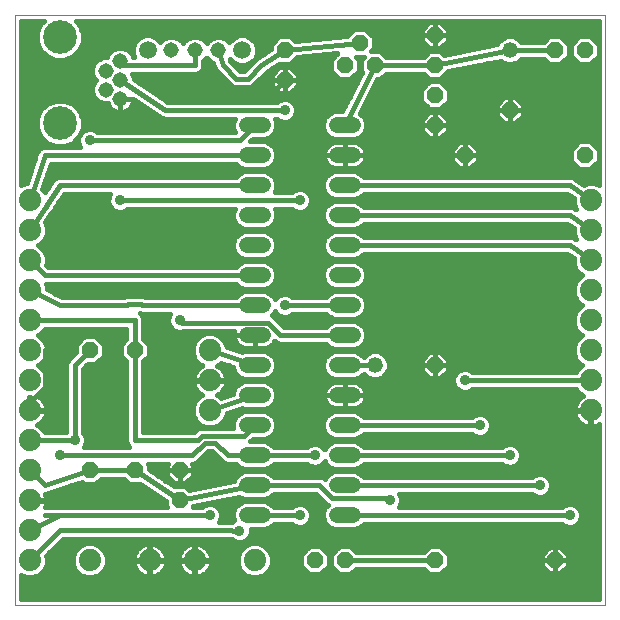
<source format=gbl>
G75*
%MOIN*%
%OFA0B0*%
%FSLAX25Y25*%
%IPPOS*%
%LPD*%
%AMOC8*
5,1,8,0,0,1.08239X$1,22.5*
%
%ADD10C,0.00000*%
%ADD11C,0.07400*%
%ADD12OC8,0.05200*%
%ADD13C,0.05200*%
%ADD14C,0.05150*%
%ADD15C,0.11220*%
%ADD16C,0.05200*%
%ADD17C,0.05937*%
%ADD18C,0.01600*%
%ADD19C,0.03562*%
D10*
X0005060Y0001800D02*
X0005060Y0198650D01*
X0201910Y0198650D01*
X0201910Y0001800D01*
X0005060Y0001800D01*
D11*
X0010060Y0016800D03*
X0010060Y0026800D03*
X0010060Y0036800D03*
X0010060Y0046800D03*
X0010060Y0056800D03*
X0010060Y0066800D03*
X0010060Y0076800D03*
X0010060Y0086800D03*
X0010060Y0096800D03*
X0010060Y0106800D03*
X0010060Y0116800D03*
X0010060Y0126800D03*
X0010060Y0136800D03*
X0070060Y0086800D03*
X0070060Y0076800D03*
X0070060Y0066800D03*
X0065060Y0016800D03*
X0050060Y0016800D03*
X0030060Y0016800D03*
X0085060Y0016800D03*
X0197060Y0066800D03*
X0197060Y0076800D03*
X0197060Y0086800D03*
X0197060Y0096800D03*
X0197060Y0106800D03*
X0197060Y0116800D03*
X0197060Y0126800D03*
X0197060Y0136800D03*
D12*
X0195060Y0151800D03*
X0170060Y0166800D03*
X0155060Y0151800D03*
X0145060Y0161800D03*
X0145060Y0171800D03*
X0145060Y0181800D03*
X0145060Y0191800D03*
X0125060Y0181800D03*
X0120060Y0189300D03*
X0115060Y0181800D03*
X0095060Y0176800D03*
X0095060Y0186800D03*
X0185060Y0186800D03*
X0195060Y0186800D03*
X0145060Y0081800D03*
X0145060Y0016800D03*
X0115060Y0016800D03*
X0105060Y0016800D03*
X0060060Y0036800D03*
X0060060Y0046800D03*
X0045060Y0046800D03*
X0030060Y0046800D03*
X0030060Y0086800D03*
X0045060Y0086800D03*
X0185060Y0016800D03*
D13*
X0125060Y0081800D03*
X0170060Y0186800D03*
D14*
X0072934Y0186800D03*
X0065060Y0186800D03*
X0057186Y0186800D03*
X0040139Y0183099D03*
X0035414Y0179950D03*
X0040139Y0176800D03*
X0035414Y0173650D03*
X0040139Y0170501D03*
D15*
X0020060Y0162430D03*
X0020060Y0191170D03*
D16*
X0082460Y0161800D02*
X0087660Y0161800D01*
X0087660Y0151800D02*
X0082460Y0151800D01*
X0082460Y0141800D02*
X0087660Y0141800D01*
X0087660Y0131800D02*
X0082460Y0131800D01*
X0082460Y0121800D02*
X0087660Y0121800D01*
X0087660Y0111800D02*
X0082460Y0111800D01*
X0082460Y0101800D02*
X0087660Y0101800D01*
X0087660Y0091800D02*
X0082460Y0091800D01*
X0082460Y0081800D02*
X0087660Y0081800D01*
X0087660Y0071800D02*
X0082460Y0071800D01*
X0082460Y0061800D02*
X0087660Y0061800D01*
X0087660Y0051800D02*
X0082460Y0051800D01*
X0082460Y0041800D02*
X0087660Y0041800D01*
X0087660Y0031800D02*
X0082460Y0031800D01*
X0112460Y0031800D02*
X0117660Y0031800D01*
X0117660Y0041800D02*
X0112460Y0041800D01*
X0112460Y0051800D02*
X0117660Y0051800D01*
X0117660Y0061800D02*
X0112460Y0061800D01*
X0112460Y0071800D02*
X0117660Y0071800D01*
X0117660Y0081800D02*
X0112460Y0081800D01*
X0112460Y0091800D02*
X0117660Y0091800D01*
X0117660Y0101800D02*
X0112460Y0101800D01*
X0112460Y0111800D02*
X0117660Y0111800D01*
X0117660Y0121800D02*
X0112460Y0121800D01*
X0112460Y0131800D02*
X0117660Y0131800D01*
X0117660Y0141800D02*
X0112460Y0141800D01*
X0112460Y0151800D02*
X0117660Y0151800D01*
X0117660Y0161800D02*
X0112460Y0161800D01*
D17*
X0080808Y0186800D03*
X0049312Y0186800D03*
D18*
X0044773Y0188826D02*
X0027326Y0188826D01*
X0027670Y0189656D02*
X0026512Y0186859D01*
X0024371Y0184718D01*
X0021574Y0183560D01*
X0018546Y0183560D01*
X0015749Y0184718D01*
X0013608Y0186859D01*
X0012450Y0189656D01*
X0012450Y0192684D01*
X0013608Y0195481D01*
X0014778Y0196650D01*
X0007060Y0196650D01*
X0007060Y0141727D01*
X0008926Y0142500D01*
X0009009Y0142500D01*
X0012260Y0152254D01*
X0012260Y0152357D01*
X0012435Y0152780D01*
X0012580Y0153214D01*
X0012647Y0153291D01*
X0012686Y0153386D01*
X0013010Y0153710D01*
X0013310Y0154055D01*
X0013401Y0154101D01*
X0013474Y0154174D01*
X0013897Y0154349D01*
X0014306Y0154553D01*
X0014408Y0154561D01*
X0014503Y0154600D01*
X0014961Y0154600D01*
X0015417Y0154632D01*
X0015514Y0154600D01*
X0026913Y0154600D01*
X0026855Y0154658D01*
X0026279Y0156048D01*
X0026279Y0157552D01*
X0026855Y0158942D01*
X0027918Y0160005D01*
X0029308Y0160581D01*
X0030812Y0160581D01*
X0032202Y0160005D01*
X0032607Y0159600D01*
X0078392Y0159600D01*
X0077860Y0160885D01*
X0077860Y0162715D01*
X0078392Y0164000D01*
X0055416Y0164000D01*
X0055142Y0163945D01*
X0054864Y0164000D01*
X0054582Y0164000D01*
X0054323Y0164107D01*
X0054049Y0164161D01*
X0053814Y0164318D01*
X0053553Y0164426D01*
X0053355Y0164624D01*
X0044514Y0170518D01*
X0044514Y0170501D01*
X0040139Y0170501D01*
X0040139Y0170501D01*
X0044514Y0170501D01*
X0044514Y0170156D01*
X0044406Y0169476D01*
X0044193Y0168821D01*
X0043880Y0168208D01*
X0043476Y0167651D01*
X0042989Y0167164D01*
X0042432Y0166759D01*
X0041818Y0166446D01*
X0041163Y0166234D01*
X0040483Y0166126D01*
X0040139Y0166126D01*
X0040139Y0170501D01*
X0040139Y0170501D01*
X0040139Y0166126D01*
X0039794Y0166126D01*
X0039114Y0166234D01*
X0038459Y0166446D01*
X0037846Y0166759D01*
X0037289Y0167164D01*
X0036802Y0167651D01*
X0036397Y0168208D01*
X0036084Y0168821D01*
X0036002Y0169076D01*
X0034504Y0169076D01*
X0032823Y0169772D01*
X0031536Y0171059D01*
X0030840Y0172740D01*
X0030840Y0174560D01*
X0031536Y0176242D01*
X0032094Y0176800D01*
X0031536Y0177358D01*
X0030840Y0179040D01*
X0030840Y0180860D01*
X0031536Y0182541D01*
X0032823Y0183828D01*
X0034504Y0184524D01*
X0035777Y0184524D01*
X0036260Y0185691D01*
X0037547Y0186978D01*
X0039229Y0187674D01*
X0041049Y0187674D01*
X0042730Y0186978D01*
X0044017Y0185691D01*
X0044469Y0184600D01*
X0044845Y0184600D01*
X0044343Y0185812D01*
X0044343Y0187788D01*
X0045100Y0189614D01*
X0046498Y0191012D01*
X0048324Y0191768D01*
X0050300Y0191768D01*
X0052126Y0191012D01*
X0053524Y0189614D01*
X0053526Y0189610D01*
X0054595Y0190678D01*
X0056276Y0191375D01*
X0058096Y0191375D01*
X0059777Y0190678D01*
X0061064Y0189391D01*
X0061123Y0189250D01*
X0061182Y0189391D01*
X0062469Y0190678D01*
X0064150Y0191375D01*
X0065970Y0191375D01*
X0067651Y0190678D01*
X0068938Y0189391D01*
X0068997Y0189250D01*
X0069056Y0189391D01*
X0070343Y0190678D01*
X0072024Y0191375D01*
X0073844Y0191375D01*
X0075525Y0190678D01*
X0076594Y0189610D01*
X0076596Y0189614D01*
X0077994Y0191012D01*
X0079820Y0191768D01*
X0081796Y0191768D01*
X0083622Y0191012D01*
X0085020Y0189614D01*
X0085777Y0187788D01*
X0085777Y0185812D01*
X0085020Y0183986D01*
X0083622Y0182588D01*
X0081796Y0181831D01*
X0079820Y0181831D01*
X0077994Y0182588D01*
X0076656Y0183925D01*
X0076843Y0183264D01*
X0080075Y0180031D01*
X0081541Y0180031D01*
X0085112Y0183603D01*
X0085288Y0183856D01*
X0085502Y0183993D01*
X0085683Y0184174D01*
X0085967Y0184291D01*
X0090460Y0187175D01*
X0090460Y0188705D01*
X0093155Y0191400D01*
X0096965Y0191400D01*
X0098416Y0189950D01*
X0115958Y0191704D01*
X0118155Y0193900D01*
X0121965Y0193900D01*
X0124660Y0191205D01*
X0124660Y0187395D01*
X0123665Y0186400D01*
X0126965Y0186400D01*
X0128765Y0184600D01*
X0141355Y0184600D01*
X0143155Y0186400D01*
X0146965Y0186400D01*
X0148102Y0185264D01*
X0165921Y0188828D01*
X0166160Y0189406D01*
X0167454Y0190700D01*
X0169145Y0191400D01*
X0170975Y0191400D01*
X0172666Y0190700D01*
X0173765Y0189600D01*
X0181355Y0189600D01*
X0183155Y0191400D01*
X0186965Y0191400D01*
X0189660Y0188705D01*
X0189660Y0184895D01*
X0186965Y0182200D01*
X0183155Y0182200D01*
X0181355Y0184000D01*
X0173765Y0184000D01*
X0172666Y0182900D01*
X0170975Y0182200D01*
X0169145Y0182200D01*
X0167454Y0182900D01*
X0167018Y0183336D01*
X0149622Y0179857D01*
X0146965Y0177200D01*
X0143155Y0177200D01*
X0141355Y0179000D01*
X0128765Y0179000D01*
X0126965Y0177200D01*
X0125890Y0177200D01*
X0120162Y0165743D01*
X0120266Y0165700D01*
X0121560Y0164406D01*
X0122260Y0162715D01*
X0122260Y0160885D01*
X0121560Y0159194D01*
X0120266Y0157900D01*
X0118575Y0157200D01*
X0111545Y0157200D01*
X0109854Y0157900D01*
X0108560Y0159194D01*
X0107860Y0160885D01*
X0107860Y0162715D01*
X0108560Y0164406D01*
X0109854Y0165700D01*
X0111545Y0166400D01*
X0114230Y0166400D01*
X0120805Y0179550D01*
X0120460Y0179895D01*
X0120460Y0183705D01*
X0121455Y0184700D01*
X0118665Y0184700D01*
X0119660Y0183705D01*
X0119660Y0179895D01*
X0116965Y0177200D01*
X0113155Y0177200D01*
X0110460Y0179895D01*
X0110460Y0183705D01*
X0112483Y0185728D01*
X0099162Y0184396D01*
X0096965Y0182200D01*
X0093155Y0182200D01*
X0093124Y0182231D01*
X0089035Y0179607D01*
X0084286Y0174858D01*
X0083257Y0174431D01*
X0078359Y0174431D01*
X0077330Y0174858D01*
X0072642Y0179546D01*
X0072494Y0179628D01*
X0072251Y0179936D01*
X0071973Y0180214D01*
X0071909Y0180370D01*
X0071804Y0180502D01*
X0071697Y0180880D01*
X0071547Y0181243D01*
X0071547Y0181412D01*
X0071224Y0182557D01*
X0070343Y0182922D01*
X0069056Y0184209D01*
X0068997Y0184350D01*
X0068938Y0184209D01*
X0067860Y0183130D01*
X0067860Y0181243D01*
X0067434Y0180214D01*
X0066646Y0179426D01*
X0065617Y0179000D01*
X0044179Y0179000D01*
X0044714Y0177710D01*
X0044714Y0177115D01*
X0055986Y0169600D01*
X0092513Y0169600D01*
X0092918Y0170005D01*
X0094308Y0170581D01*
X0095812Y0170581D01*
X0097202Y0170005D01*
X0098265Y0168942D01*
X0098841Y0167552D01*
X0098841Y0166048D01*
X0098265Y0164658D01*
X0097202Y0163595D01*
X0095812Y0163019D01*
X0094308Y0163019D01*
X0092918Y0163595D01*
X0092513Y0164000D01*
X0091728Y0164000D01*
X0092260Y0162715D01*
X0092260Y0160885D01*
X0091560Y0159194D01*
X0090266Y0157900D01*
X0088575Y0157200D01*
X0084420Y0157200D01*
X0083620Y0156400D01*
X0088575Y0156400D01*
X0090266Y0155700D01*
X0091560Y0154406D01*
X0092260Y0152715D01*
X0092260Y0150885D01*
X0091560Y0149194D01*
X0090266Y0147900D01*
X0088575Y0147200D01*
X0081545Y0147200D01*
X0079854Y0147900D01*
X0078755Y0149000D01*
X0017078Y0149000D01*
X0014289Y0140632D01*
X0014892Y0140029D01*
X0015130Y0139454D01*
X0017578Y0143125D01*
X0017686Y0143386D01*
X0017884Y0143584D01*
X0018039Y0143817D01*
X0018274Y0143974D01*
X0018474Y0144174D01*
X0018732Y0144281D01*
X0018965Y0144436D01*
X0019242Y0144492D01*
X0019503Y0144600D01*
X0019783Y0144600D01*
X0020057Y0144655D01*
X0020334Y0144600D01*
X0078755Y0144600D01*
X0079854Y0145700D01*
X0081545Y0146400D01*
X0088575Y0146400D01*
X0090266Y0145700D01*
X0091560Y0144406D01*
X0092260Y0142715D01*
X0092260Y0140885D01*
X0091728Y0139600D01*
X0097513Y0139600D01*
X0097918Y0140005D01*
X0099308Y0140581D01*
X0100812Y0140581D01*
X0102202Y0140005D01*
X0103265Y0138942D01*
X0103841Y0137552D01*
X0103841Y0136048D01*
X0103265Y0134658D01*
X0102202Y0133595D01*
X0100812Y0133019D01*
X0099308Y0133019D01*
X0097918Y0133595D01*
X0097513Y0134000D01*
X0091728Y0134000D01*
X0092260Y0132715D01*
X0092260Y0130885D01*
X0091560Y0129194D01*
X0090266Y0127900D01*
X0088575Y0127200D01*
X0081545Y0127200D01*
X0079854Y0127900D01*
X0078560Y0129194D01*
X0077860Y0130885D01*
X0077860Y0132715D01*
X0078392Y0134000D01*
X0042607Y0134000D01*
X0042202Y0133595D01*
X0040812Y0133019D01*
X0039308Y0133019D01*
X0037918Y0133595D01*
X0036855Y0134658D01*
X0036279Y0136048D01*
X0036279Y0137552D01*
X0036855Y0138942D01*
X0036913Y0139000D01*
X0021558Y0139000D01*
X0018001Y0133664D01*
X0017734Y0133019D01*
X0017245Y0132530D01*
X0015155Y0129395D01*
X0015760Y0127934D01*
X0015760Y0125666D01*
X0014892Y0123571D01*
X0013289Y0121968D01*
X0012884Y0121800D01*
X0013289Y0121632D01*
X0014892Y0120029D01*
X0015760Y0117934D01*
X0015760Y0115666D01*
X0015582Y0115237D01*
X0016220Y0114600D01*
X0078755Y0114600D01*
X0079854Y0115700D01*
X0081545Y0116400D01*
X0088575Y0116400D01*
X0090266Y0115700D01*
X0091560Y0114406D01*
X0092260Y0112715D01*
X0092260Y0110885D01*
X0091560Y0109194D01*
X0090266Y0107900D01*
X0088575Y0107200D01*
X0081545Y0107200D01*
X0079854Y0107900D01*
X0078755Y0109000D01*
X0015318Y0109000D01*
X0015760Y0107934D01*
X0015760Y0107080D01*
X0020721Y0104600D01*
X0041583Y0104600D01*
X0042308Y0104900D01*
X0047812Y0104900D01*
X0048537Y0104600D01*
X0078755Y0104600D01*
X0079854Y0105700D01*
X0081545Y0106400D01*
X0088575Y0106400D01*
X0090266Y0105700D01*
X0091560Y0104406D01*
X0091803Y0103818D01*
X0091855Y0103942D01*
X0092918Y0105005D01*
X0094308Y0105581D01*
X0095812Y0105581D01*
X0097202Y0105005D01*
X0097607Y0104600D01*
X0108755Y0104600D01*
X0109854Y0105700D01*
X0111545Y0106400D01*
X0118575Y0106400D01*
X0120266Y0105700D01*
X0121560Y0104406D01*
X0122260Y0102715D01*
X0122260Y0100885D01*
X0121560Y0099194D01*
X0120266Y0097900D01*
X0118575Y0097200D01*
X0111545Y0097200D01*
X0109854Y0097900D01*
X0108755Y0099000D01*
X0097607Y0099000D01*
X0097202Y0098595D01*
X0095812Y0098019D01*
X0094308Y0098019D01*
X0092918Y0098595D01*
X0091855Y0099658D01*
X0091803Y0099782D01*
X0091560Y0099194D01*
X0090811Y0098446D01*
X0090986Y0098374D01*
X0091773Y0097586D01*
X0094759Y0094600D01*
X0108755Y0094600D01*
X0109854Y0095700D01*
X0111545Y0096400D01*
X0118575Y0096400D01*
X0120266Y0095700D01*
X0121560Y0094406D01*
X0122260Y0092715D01*
X0122260Y0090885D01*
X0121560Y0089194D01*
X0120266Y0087900D01*
X0118575Y0087200D01*
X0111545Y0087200D01*
X0109854Y0087900D01*
X0108755Y0089000D01*
X0093043Y0089000D01*
X0092014Y0089426D01*
X0091600Y0089840D01*
X0091423Y0089494D01*
X0091016Y0088934D01*
X0090526Y0088444D01*
X0089966Y0088037D01*
X0089349Y0087722D01*
X0088690Y0087508D01*
X0088006Y0087400D01*
X0085060Y0087400D01*
X0085060Y0091800D01*
X0085060Y0091800D01*
X0085060Y0091800D01*
X0078060Y0091800D01*
X0078060Y0092146D01*
X0078168Y0092830D01*
X0078288Y0093200D01*
X0061249Y0093200D01*
X0060812Y0093019D01*
X0059308Y0093019D01*
X0057918Y0093595D01*
X0056855Y0094658D01*
X0056279Y0096048D01*
X0056279Y0097552D01*
X0056855Y0098942D01*
X0056913Y0099000D01*
X0046998Y0099000D01*
X0046693Y0099126D01*
X0047434Y0098386D01*
X0047860Y0097357D01*
X0047860Y0090505D01*
X0049660Y0088705D01*
X0049660Y0084895D01*
X0047860Y0083095D01*
X0047860Y0059600D01*
X0064849Y0059600D01*
X0065035Y0059786D01*
X0065823Y0060574D01*
X0066852Y0061000D01*
X0077860Y0061000D01*
X0077860Y0062715D01*
X0078560Y0064406D01*
X0079854Y0065700D01*
X0081545Y0066400D01*
X0088575Y0066400D01*
X0090266Y0065700D01*
X0091560Y0064406D01*
X0092260Y0062715D01*
X0092260Y0060885D01*
X0091560Y0059194D01*
X0090266Y0057900D01*
X0088575Y0057200D01*
X0084420Y0057200D01*
X0083834Y0056614D01*
X0083620Y0056400D01*
X0088575Y0056400D01*
X0090266Y0055700D01*
X0091365Y0054600D01*
X0102513Y0054600D01*
X0102918Y0055005D01*
X0104308Y0055581D01*
X0105812Y0055581D01*
X0107202Y0055005D01*
X0108265Y0053942D01*
X0108317Y0053818D01*
X0108560Y0054406D01*
X0109854Y0055700D01*
X0111545Y0056400D01*
X0118575Y0056400D01*
X0120266Y0055700D01*
X0121365Y0054600D01*
X0167513Y0054600D01*
X0167918Y0055005D01*
X0169308Y0055581D01*
X0170812Y0055581D01*
X0172202Y0055005D01*
X0173265Y0053942D01*
X0173841Y0052552D01*
X0173841Y0051048D01*
X0173265Y0049658D01*
X0172202Y0048595D01*
X0170812Y0048019D01*
X0169308Y0048019D01*
X0167918Y0048595D01*
X0167513Y0049000D01*
X0121365Y0049000D01*
X0120266Y0047900D01*
X0118575Y0047200D01*
X0111545Y0047200D01*
X0109854Y0047900D01*
X0108560Y0049194D01*
X0108317Y0049782D01*
X0108265Y0049658D01*
X0107202Y0048595D01*
X0105812Y0048019D01*
X0104308Y0048019D01*
X0102918Y0048595D01*
X0102513Y0049000D01*
X0091365Y0049000D01*
X0090266Y0047900D01*
X0088575Y0047200D01*
X0081545Y0047200D01*
X0079854Y0047900D01*
X0078755Y0049000D01*
X0075443Y0049000D01*
X0074414Y0049426D01*
X0070640Y0053200D01*
X0069480Y0053200D01*
X0065706Y0049426D01*
X0064677Y0049000D01*
X0064082Y0049000D01*
X0064460Y0048623D01*
X0064460Y0046800D01*
X0060060Y0046800D01*
X0060060Y0046800D01*
X0064460Y0046800D01*
X0064460Y0044977D01*
X0061883Y0042400D01*
X0060060Y0042400D01*
X0060060Y0046800D01*
X0060060Y0046800D01*
X0060060Y0046800D01*
X0055660Y0046800D01*
X0055660Y0048623D01*
X0056037Y0049000D01*
X0049365Y0049000D01*
X0049660Y0048705D01*
X0049660Y0047098D01*
X0058208Y0041400D01*
X0061965Y0041400D01*
X0063102Y0040264D01*
X0078086Y0043261D01*
X0078560Y0044406D01*
X0079854Y0045700D01*
X0081545Y0046400D01*
X0088575Y0046400D01*
X0090266Y0045700D01*
X0091365Y0044600D01*
X0107077Y0044600D01*
X0108106Y0044174D01*
X0108359Y0043921D01*
X0108560Y0044406D01*
X0109854Y0045700D01*
X0111545Y0046400D01*
X0118575Y0046400D01*
X0120266Y0045700D01*
X0121365Y0044600D01*
X0177513Y0044600D01*
X0177918Y0045005D01*
X0179308Y0045581D01*
X0180812Y0045581D01*
X0182202Y0045005D01*
X0183265Y0043942D01*
X0183841Y0042552D01*
X0183841Y0041048D01*
X0183265Y0039658D01*
X0182202Y0038595D01*
X0180812Y0038019D01*
X0179308Y0038019D01*
X0177918Y0038595D01*
X0177513Y0039000D01*
X0133207Y0039000D01*
X0133265Y0038942D01*
X0133841Y0037552D01*
X0133841Y0036048D01*
X0133265Y0034658D01*
X0133207Y0034600D01*
X0187513Y0034600D01*
X0187918Y0035005D01*
X0189308Y0035581D01*
X0190812Y0035581D01*
X0192202Y0035005D01*
X0193265Y0033942D01*
X0193841Y0032552D01*
X0193841Y0031048D01*
X0193265Y0029658D01*
X0192202Y0028595D01*
X0190812Y0028019D01*
X0189308Y0028019D01*
X0187918Y0028595D01*
X0187513Y0029000D01*
X0121365Y0029000D01*
X0120266Y0027900D01*
X0118575Y0027200D01*
X0111545Y0027200D01*
X0109854Y0027900D01*
X0108560Y0029194D01*
X0107860Y0030885D01*
X0107860Y0032715D01*
X0108560Y0034406D01*
X0109309Y0035154D01*
X0109134Y0035226D01*
X0108347Y0036014D01*
X0105360Y0039000D01*
X0091365Y0039000D01*
X0090266Y0037900D01*
X0088575Y0037200D01*
X0081545Y0037200D01*
X0079854Y0037900D01*
X0079852Y0037903D01*
X0064622Y0034857D01*
X0064365Y0034600D01*
X0067513Y0034600D01*
X0067918Y0035005D01*
X0069308Y0035581D01*
X0070812Y0035581D01*
X0072202Y0035005D01*
X0073265Y0033942D01*
X0073841Y0032552D01*
X0073841Y0031048D01*
X0073265Y0029658D01*
X0073207Y0029600D01*
X0074534Y0029600D01*
X0074563Y0029611D01*
X0075090Y0029600D01*
X0075617Y0029600D01*
X0075646Y0029588D01*
X0077462Y0029549D01*
X0077813Y0029900D01*
X0078201Y0030061D01*
X0077860Y0030885D01*
X0077860Y0032715D01*
X0078560Y0034406D01*
X0079854Y0035700D01*
X0081545Y0036400D01*
X0088575Y0036400D01*
X0090266Y0035700D01*
X0091365Y0034600D01*
X0097513Y0034600D01*
X0097918Y0035005D01*
X0099308Y0035581D01*
X0100812Y0035581D01*
X0102202Y0035005D01*
X0103265Y0033942D01*
X0103841Y0032552D01*
X0103841Y0031048D01*
X0103265Y0029658D01*
X0102202Y0028595D01*
X0100812Y0028019D01*
X0099308Y0028019D01*
X0097918Y0028595D01*
X0097513Y0029000D01*
X0091365Y0029000D01*
X0090266Y0027900D01*
X0088575Y0027200D01*
X0083736Y0027200D01*
X0083736Y0025943D01*
X0083160Y0024553D01*
X0082097Y0023490D01*
X0080707Y0022914D01*
X0079203Y0022914D01*
X0077813Y0023490D01*
X0077352Y0023950D01*
X0075030Y0024000D01*
X0021220Y0024000D01*
X0015582Y0018363D01*
X0015760Y0017934D01*
X0015760Y0015666D01*
X0014892Y0013571D01*
X0013289Y0011968D01*
X0011194Y0011100D01*
X0008926Y0011100D01*
X0007060Y0011873D01*
X0007060Y0003800D01*
X0199910Y0003800D01*
X0199910Y0062080D01*
X0199171Y0061703D01*
X0198348Y0061435D01*
X0197493Y0061300D01*
X0197260Y0061300D01*
X0197260Y0066600D01*
X0196860Y0066600D01*
X0196860Y0061300D01*
X0196627Y0061300D01*
X0195772Y0061435D01*
X0194949Y0061703D01*
X0194177Y0062096D01*
X0193477Y0062605D01*
X0192865Y0063217D01*
X0192356Y0063917D01*
X0191963Y0064689D01*
X0191695Y0065512D01*
X0191560Y0066367D01*
X0191560Y0066600D01*
X0196860Y0066600D01*
X0196860Y0067000D01*
X0191560Y0067000D01*
X0191560Y0067233D01*
X0191695Y0068088D01*
X0191963Y0068911D01*
X0192356Y0069683D01*
X0192865Y0070383D01*
X0193477Y0070995D01*
X0194177Y0071504D01*
X0194524Y0071681D01*
X0193831Y0071968D01*
X0192228Y0073571D01*
X0192050Y0074000D01*
X0157607Y0074000D01*
X0157202Y0073595D01*
X0155812Y0073019D01*
X0154308Y0073019D01*
X0152918Y0073595D01*
X0151855Y0074658D01*
X0151279Y0076048D01*
X0151279Y0077552D01*
X0151855Y0078942D01*
X0152918Y0080005D01*
X0154308Y0080581D01*
X0155812Y0080581D01*
X0157202Y0080005D01*
X0157607Y0079600D01*
X0192050Y0079600D01*
X0192228Y0080029D01*
X0193831Y0081632D01*
X0194236Y0081800D01*
X0193831Y0081968D01*
X0192228Y0083571D01*
X0191360Y0085666D01*
X0191360Y0087934D01*
X0192228Y0090029D01*
X0193831Y0091632D01*
X0194236Y0091800D01*
X0193831Y0091968D01*
X0192228Y0093571D01*
X0191360Y0095666D01*
X0191360Y0097934D01*
X0192228Y0100029D01*
X0193831Y0101632D01*
X0194236Y0101800D01*
X0193831Y0101968D01*
X0192228Y0103571D01*
X0191360Y0105666D01*
X0191360Y0107934D01*
X0192228Y0110029D01*
X0193831Y0111632D01*
X0194236Y0111800D01*
X0193831Y0111968D01*
X0192228Y0113571D01*
X0191360Y0115666D01*
X0191360Y0117430D01*
X0189163Y0119000D01*
X0121365Y0119000D01*
X0120266Y0117900D01*
X0118575Y0117200D01*
X0111545Y0117200D01*
X0109854Y0117900D01*
X0108560Y0119194D01*
X0107860Y0120885D01*
X0107860Y0122715D01*
X0108560Y0124406D01*
X0109854Y0125700D01*
X0111545Y0126400D01*
X0118575Y0126400D01*
X0120266Y0125700D01*
X0121365Y0124600D01*
X0189828Y0124600D01*
X0190149Y0124653D01*
X0190380Y0124600D01*
X0190617Y0124600D01*
X0190917Y0124476D01*
X0191234Y0124402D01*
X0191427Y0124264D01*
X0191646Y0124174D01*
X0191876Y0123944D01*
X0192156Y0123743D01*
X0191360Y0125666D01*
X0191360Y0127430D01*
X0189163Y0129000D01*
X0121365Y0129000D01*
X0120266Y0127900D01*
X0118575Y0127200D01*
X0111545Y0127200D01*
X0109854Y0127900D01*
X0108560Y0129194D01*
X0107860Y0130885D01*
X0107860Y0132715D01*
X0108560Y0134406D01*
X0109854Y0135700D01*
X0111545Y0136400D01*
X0118575Y0136400D01*
X0120266Y0135700D01*
X0121365Y0134600D01*
X0189828Y0134600D01*
X0190149Y0134653D01*
X0190380Y0134600D01*
X0190617Y0134600D01*
X0190917Y0134476D01*
X0191234Y0134402D01*
X0191427Y0134264D01*
X0191646Y0134174D01*
X0191876Y0133944D01*
X0192156Y0133743D01*
X0191360Y0135666D01*
X0191360Y0137430D01*
X0189163Y0139000D01*
X0121365Y0139000D01*
X0120266Y0137900D01*
X0118575Y0137200D01*
X0111545Y0137200D01*
X0109854Y0137900D01*
X0108560Y0139194D01*
X0107860Y0140885D01*
X0107860Y0142715D01*
X0108560Y0144406D01*
X0109854Y0145700D01*
X0111545Y0146400D01*
X0118575Y0146400D01*
X0120266Y0145700D01*
X0121365Y0144600D01*
X0189828Y0144600D01*
X0190149Y0144653D01*
X0190380Y0144600D01*
X0190617Y0144600D01*
X0190917Y0144476D01*
X0191234Y0144402D01*
X0191427Y0144264D01*
X0191646Y0144174D01*
X0191876Y0143944D01*
X0194642Y0141968D01*
X0195926Y0142500D01*
X0198194Y0142500D01*
X0199910Y0141789D01*
X0199910Y0196650D01*
X0025342Y0196650D01*
X0026512Y0195481D01*
X0027670Y0192684D01*
X0027670Y0189656D01*
X0027670Y0190424D02*
X0045910Y0190424D01*
X0044343Y0187227D02*
X0042127Y0187227D01*
X0044043Y0185629D02*
X0044419Y0185629D01*
X0041438Y0181800D02*
X0040139Y0183099D01*
X0041438Y0181800D02*
X0065060Y0181800D01*
X0065060Y0186800D01*
X0067905Y0190424D02*
X0070089Y0190424D01*
X0072934Y0186800D02*
X0074347Y0181800D01*
X0078916Y0177231D01*
X0082700Y0177231D01*
X0087269Y0181800D01*
X0095060Y0186800D01*
X0120060Y0189300D01*
X0124660Y0188826D02*
X0141812Y0188826D01*
X0140660Y0189977D02*
X0143237Y0187400D01*
X0145060Y0187400D01*
X0146883Y0187400D01*
X0149460Y0189977D01*
X0149460Y0191800D01*
X0149460Y0193623D01*
X0146883Y0196200D01*
X0145060Y0196200D01*
X0145060Y0191800D01*
X0149460Y0191800D01*
X0145060Y0191800D01*
X0145060Y0191800D01*
X0145060Y0191800D01*
X0145060Y0187400D01*
X0145060Y0191800D01*
X0145060Y0191800D01*
X0145060Y0191800D01*
X0140660Y0191800D01*
X0140660Y0193623D01*
X0143237Y0196200D01*
X0145060Y0196200D01*
X0145060Y0191800D01*
X0140660Y0191800D01*
X0140660Y0189977D01*
X0140660Y0190424D02*
X0124660Y0190424D01*
X0123843Y0192023D02*
X0140660Y0192023D01*
X0140660Y0193621D02*
X0122244Y0193621D01*
X0117876Y0193621D02*
X0027282Y0193621D01*
X0027670Y0192023D02*
X0116277Y0192023D01*
X0112383Y0185629D02*
X0111488Y0185629D01*
X0110785Y0184030D02*
X0098796Y0184030D01*
X0097197Y0182432D02*
X0110460Y0182432D01*
X0110460Y0180833D02*
X0097249Y0180833D01*
X0096883Y0181200D02*
X0095060Y0181200D01*
X0095060Y0176800D01*
X0090060Y0171800D01*
X0085060Y0171800D01*
X0084988Y0171872D01*
X0055132Y0171872D01*
X0053523Y0171242D02*
X0116651Y0171242D01*
X0115851Y0169644D02*
X0097564Y0169644D01*
X0098637Y0168045D02*
X0115052Y0168045D01*
X0114253Y0166447D02*
X0098841Y0166447D01*
X0098344Y0164848D02*
X0109003Y0164848D01*
X0108081Y0163250D02*
X0096369Y0163250D01*
X0093751Y0163250D02*
X0092039Y0163250D01*
X0092260Y0161651D02*
X0107860Y0161651D01*
X0108205Y0160053D02*
X0091915Y0160053D01*
X0090819Y0158454D02*
X0109300Y0158454D01*
X0110771Y0155878D02*
X0110154Y0155563D01*
X0109594Y0155156D01*
X0109104Y0154666D01*
X0108697Y0154106D01*
X0108382Y0153489D01*
X0108168Y0152830D01*
X0108060Y0152146D01*
X0108060Y0151800D01*
X0115060Y0151800D01*
X0122060Y0151800D01*
X0122060Y0152146D01*
X0121952Y0152830D01*
X0121738Y0153489D01*
X0121423Y0154106D01*
X0121016Y0154666D01*
X0120526Y0155156D01*
X0119966Y0155563D01*
X0119349Y0155878D01*
X0118690Y0156092D01*
X0118006Y0156200D01*
X0115060Y0156200D01*
X0115060Y0151800D01*
X0115060Y0151800D01*
X0115060Y0151800D01*
X0122060Y0151800D01*
X0122060Y0151454D01*
X0121952Y0150770D01*
X0121738Y0150111D01*
X0121423Y0149494D01*
X0121016Y0148934D01*
X0120526Y0148444D01*
X0119966Y0148037D01*
X0119349Y0147722D01*
X0118690Y0147508D01*
X0118006Y0147400D01*
X0115060Y0147400D01*
X0115060Y0151800D01*
X0115060Y0151800D01*
X0115060Y0151800D01*
X0115060Y0156200D01*
X0112114Y0156200D01*
X0111430Y0156092D01*
X0110771Y0155878D01*
X0109733Y0155257D02*
X0090708Y0155257D01*
X0091869Y0153659D02*
X0108469Y0153659D01*
X0108060Y0152060D02*
X0092260Y0152060D01*
X0092085Y0150462D02*
X0108268Y0150462D01*
X0108168Y0150770D02*
X0108382Y0150111D01*
X0108697Y0149494D01*
X0109104Y0148934D01*
X0109594Y0148444D01*
X0110154Y0148037D01*
X0110771Y0147722D01*
X0111430Y0147508D01*
X0112114Y0147400D01*
X0115060Y0147400D01*
X0115060Y0151800D01*
X0108060Y0151800D01*
X0108060Y0151454D01*
X0108168Y0150770D01*
X0109174Y0148863D02*
X0091228Y0148863D01*
X0088731Y0147265D02*
X0193090Y0147265D01*
X0193155Y0147200D02*
X0196965Y0147200D01*
X0199660Y0149895D01*
X0199660Y0153705D01*
X0196965Y0156400D01*
X0193155Y0156400D01*
X0190460Y0153705D01*
X0190460Y0149895D01*
X0193155Y0147200D01*
X0191492Y0148863D02*
X0158346Y0148863D01*
X0159460Y0149977D02*
X0159460Y0151800D01*
X0159460Y0153623D01*
X0156883Y0156200D01*
X0155060Y0156200D01*
X0155060Y0151800D01*
X0159460Y0151800D01*
X0155060Y0151800D01*
X0155060Y0151800D01*
X0155060Y0151800D01*
X0155060Y0147400D01*
X0156883Y0147400D01*
X0159460Y0149977D01*
X0159460Y0150462D02*
X0190460Y0150462D01*
X0190460Y0152060D02*
X0159460Y0152060D01*
X0159424Y0153659D02*
X0190460Y0153659D01*
X0192012Y0155257D02*
X0157825Y0155257D01*
X0155060Y0155257D02*
X0155060Y0155257D01*
X0155060Y0156200D02*
X0155060Y0151800D01*
X0155060Y0151800D01*
X0155060Y0151800D01*
X0150660Y0151800D01*
X0150660Y0153623D01*
X0153237Y0156200D01*
X0155060Y0156200D01*
X0155060Y0153659D02*
X0155060Y0153659D01*
X0155060Y0152060D02*
X0155060Y0152060D01*
X0155060Y0151800D02*
X0150660Y0151800D01*
X0150660Y0149977D01*
X0153237Y0147400D01*
X0155060Y0147400D01*
X0155060Y0151800D01*
X0155060Y0150462D02*
X0155060Y0150462D01*
X0155060Y0148863D02*
X0155060Y0148863D01*
X0151774Y0148863D02*
X0120946Y0148863D01*
X0121852Y0150462D02*
X0150660Y0150462D01*
X0150660Y0152060D02*
X0122060Y0152060D01*
X0121651Y0153659D02*
X0150696Y0153659D01*
X0152295Y0155257D02*
X0120387Y0155257D01*
X0120819Y0158454D02*
X0142183Y0158454D01*
X0143237Y0157400D02*
X0140660Y0159977D01*
X0140660Y0161800D01*
X0145060Y0161800D01*
X0149460Y0161800D01*
X0149460Y0163623D01*
X0146883Y0166200D01*
X0145060Y0166200D01*
X0145060Y0161800D01*
X0145060Y0161800D01*
X0145060Y0161800D01*
X0149460Y0161800D01*
X0149460Y0159977D01*
X0146883Y0157400D01*
X0145060Y0157400D01*
X0145060Y0161800D01*
X0145060Y0161800D01*
X0145060Y0161800D01*
X0145060Y0166200D01*
X0143237Y0166200D01*
X0140660Y0163623D01*
X0140660Y0161800D01*
X0145060Y0161800D01*
X0145060Y0157400D01*
X0143237Y0157400D01*
X0145060Y0158454D02*
X0145060Y0158454D01*
X0145060Y0160053D02*
X0145060Y0160053D01*
X0145060Y0161651D02*
X0145060Y0161651D01*
X0145060Y0163250D02*
X0145060Y0163250D01*
X0145060Y0164848D02*
X0145060Y0164848D01*
X0143155Y0167200D02*
X0146965Y0167200D01*
X0149660Y0169895D01*
X0149660Y0173705D01*
X0146965Y0176400D01*
X0143155Y0176400D01*
X0140460Y0173705D01*
X0140460Y0169895D01*
X0143155Y0167200D01*
X0142309Y0168045D02*
X0121313Y0168045D01*
X0120514Y0166447D02*
X0165660Y0166447D01*
X0165660Y0166800D02*
X0165660Y0164977D01*
X0168237Y0162400D01*
X0170060Y0162400D01*
X0171883Y0162400D01*
X0174460Y0164977D01*
X0174460Y0166800D01*
X0174460Y0168623D01*
X0171883Y0171200D01*
X0170060Y0171200D01*
X0170060Y0166800D01*
X0174460Y0166800D01*
X0170060Y0166800D01*
X0170060Y0166800D01*
X0170060Y0166800D01*
X0170060Y0162400D01*
X0170060Y0166800D01*
X0170060Y0166800D01*
X0170060Y0166800D01*
X0165660Y0166800D01*
X0165660Y0168623D01*
X0168237Y0171200D01*
X0170060Y0171200D01*
X0170060Y0166800D01*
X0165660Y0166800D01*
X0165660Y0168045D02*
X0147811Y0168045D01*
X0149409Y0169644D02*
X0166681Y0169644D01*
X0170060Y0169644D02*
X0170060Y0169644D01*
X0170060Y0168045D02*
X0170060Y0168045D01*
X0170060Y0166447D02*
X0170060Y0166447D01*
X0170060Y0164848D02*
X0170060Y0164848D01*
X0170060Y0163250D02*
X0170060Y0163250D01*
X0172732Y0163250D02*
X0199910Y0163250D01*
X0199910Y0164848D02*
X0174331Y0164848D01*
X0174460Y0166447D02*
X0199910Y0166447D01*
X0199910Y0168045D02*
X0174460Y0168045D01*
X0173439Y0169644D02*
X0199910Y0169644D01*
X0199910Y0171242D02*
X0149660Y0171242D01*
X0149660Y0172841D02*
X0199910Y0172841D01*
X0199910Y0174439D02*
X0148926Y0174439D01*
X0147328Y0176038D02*
X0199910Y0176038D01*
X0199910Y0177636D02*
X0147402Y0177636D01*
X0149000Y0179235D02*
X0199910Y0179235D01*
X0199910Y0180833D02*
X0154504Y0180833D01*
X0149927Y0185629D02*
X0147737Y0185629D01*
X0148308Y0188826D02*
X0165912Y0188826D01*
X0167179Y0190424D02*
X0149460Y0190424D01*
X0149460Y0192023D02*
X0199910Y0192023D01*
X0199910Y0193621D02*
X0149460Y0193621D01*
X0147863Y0195220D02*
X0199910Y0195220D01*
X0199910Y0190424D02*
X0197941Y0190424D01*
X0196965Y0191400D02*
X0199660Y0188705D01*
X0199660Y0184895D01*
X0196965Y0182200D01*
X0193155Y0182200D01*
X0190460Y0184895D01*
X0190460Y0188705D01*
X0193155Y0191400D01*
X0196965Y0191400D01*
X0199540Y0188826D02*
X0199910Y0188826D01*
X0199910Y0187227D02*
X0199660Y0187227D01*
X0199660Y0185629D02*
X0199910Y0185629D01*
X0199910Y0184030D02*
X0198796Y0184030D01*
X0199910Y0182432D02*
X0197197Y0182432D01*
X0192923Y0182432D02*
X0187197Y0182432D01*
X0188796Y0184030D02*
X0191324Y0184030D01*
X0190460Y0185629D02*
X0189660Y0185629D01*
X0189660Y0187227D02*
X0190460Y0187227D01*
X0190580Y0188826D02*
X0189540Y0188826D01*
X0187941Y0190424D02*
X0192179Y0190424D01*
X0185060Y0186800D02*
X0170060Y0186800D01*
X0145060Y0181800D01*
X0125060Y0181800D01*
X0115060Y0161800D01*
X0121117Y0164848D02*
X0141886Y0164848D01*
X0140660Y0163250D02*
X0122039Y0163250D01*
X0122260Y0161651D02*
X0140660Y0161651D01*
X0140660Y0160053D02*
X0121915Y0160053D01*
X0115060Y0155257D02*
X0115060Y0155257D01*
X0115060Y0153659D02*
X0115060Y0153659D01*
X0115060Y0152060D02*
X0115060Y0152060D01*
X0115060Y0150462D02*
X0115060Y0150462D01*
X0115060Y0148863D02*
X0115060Y0148863D01*
X0120299Y0145666D02*
X0199910Y0145666D01*
X0199910Y0144068D02*
X0191752Y0144068D01*
X0193941Y0142469D02*
X0195851Y0142469D01*
X0198269Y0142469D02*
X0199910Y0142469D01*
X0199910Y0147265D02*
X0197030Y0147265D01*
X0198628Y0148863D02*
X0199910Y0148863D01*
X0199910Y0150462D02*
X0199660Y0150462D01*
X0199660Y0152060D02*
X0199910Y0152060D01*
X0199910Y0153659D02*
X0199660Y0153659D01*
X0199910Y0155257D02*
X0198108Y0155257D01*
X0199910Y0156856D02*
X0084075Y0156856D01*
X0080060Y0156800D02*
X0085060Y0161800D01*
X0080060Y0156800D02*
X0030060Y0156800D01*
X0026279Y0156856D02*
X0025248Y0156856D01*
X0024371Y0155978D02*
X0026512Y0158119D01*
X0027670Y0160916D01*
X0027670Y0163944D01*
X0026512Y0166741D01*
X0024371Y0168882D01*
X0021574Y0170040D01*
X0018546Y0170040D01*
X0015749Y0168882D01*
X0013608Y0166741D01*
X0012450Y0163944D01*
X0012450Y0160916D01*
X0013608Y0158119D01*
X0015749Y0155978D01*
X0018546Y0154820D01*
X0021574Y0154820D01*
X0024371Y0155978D01*
X0022630Y0155257D02*
X0026606Y0155257D01*
X0026650Y0158454D02*
X0026653Y0158454D01*
X0027313Y0160053D02*
X0028032Y0160053D01*
X0027670Y0161651D02*
X0077860Y0161651D01*
X0078081Y0163250D02*
X0027670Y0163250D01*
X0027296Y0164848D02*
X0053019Y0164848D01*
X0055139Y0166800D02*
X0040139Y0176800D01*
X0044714Y0177636D02*
X0074551Y0177636D01*
X0076150Y0176038D02*
X0046330Y0176038D01*
X0048728Y0174439D02*
X0078340Y0174439D01*
X0072953Y0179235D02*
X0066184Y0179235D01*
X0067690Y0180833D02*
X0071711Y0180833D01*
X0071259Y0182432D02*
X0067860Y0182432D01*
X0068760Y0184030D02*
X0069234Y0184030D01*
X0075779Y0190424D02*
X0077406Y0190424D01*
X0084210Y0190424D02*
X0092179Y0190424D01*
X0090580Y0188826D02*
X0085347Y0188826D01*
X0085777Y0187227D02*
X0090460Y0187227D01*
X0088051Y0185629D02*
X0085701Y0185629D01*
X0085539Y0184030D02*
X0085039Y0184030D01*
X0083941Y0182432D02*
X0083246Y0182432D01*
X0082342Y0180833D02*
X0079274Y0180833D01*
X0078371Y0182432D02*
X0077675Y0182432D01*
X0083276Y0174439D02*
X0091198Y0174439D01*
X0090660Y0174977D02*
X0093237Y0172400D01*
X0095060Y0172400D01*
X0096883Y0172400D01*
X0099460Y0174977D01*
X0099460Y0176800D01*
X0099460Y0178623D01*
X0096883Y0181200D01*
X0095060Y0181200D02*
X0093237Y0181200D01*
X0090660Y0178623D01*
X0090660Y0176800D01*
X0095060Y0176800D01*
X0099460Y0176800D01*
X0095060Y0176800D01*
X0095060Y0176800D01*
X0095060Y0176800D01*
X0095060Y0172400D01*
X0095060Y0176800D01*
X0095060Y0176800D01*
X0095060Y0176800D01*
X0095060Y0181200D01*
X0095060Y0180833D02*
X0095060Y0180833D01*
X0095060Y0179235D02*
X0095060Y0179235D01*
X0095060Y0177636D02*
X0095060Y0177636D01*
X0095060Y0176800D02*
X0090660Y0176800D01*
X0090660Y0174977D01*
X0090660Y0176038D02*
X0085466Y0176038D01*
X0087065Y0177636D02*
X0090660Y0177636D01*
X0091272Y0179235D02*
X0088663Y0179235D01*
X0090947Y0180833D02*
X0092871Y0180833D01*
X0095060Y0176038D02*
X0095060Y0176038D01*
X0095060Y0174439D02*
X0095060Y0174439D01*
X0095060Y0172841D02*
X0095060Y0172841D01*
X0097323Y0172841D02*
X0117450Y0172841D01*
X0118249Y0174439D02*
X0098922Y0174439D01*
X0099460Y0176038D02*
X0119048Y0176038D01*
X0119848Y0177636D02*
X0117402Y0177636D01*
X0119000Y0179235D02*
X0120647Y0179235D01*
X0120460Y0180833D02*
X0119660Y0180833D01*
X0119660Y0182432D02*
X0120460Y0182432D01*
X0120785Y0184030D02*
X0119335Y0184030D01*
X0124493Y0187227D02*
X0157919Y0187227D01*
X0162496Y0182432D02*
X0168585Y0182432D01*
X0171535Y0182432D02*
X0182923Y0182432D01*
X0182179Y0190424D02*
X0172941Y0190424D01*
X0165789Y0164848D02*
X0148234Y0164848D01*
X0149460Y0163250D02*
X0167388Y0163250D01*
X0149460Y0161651D02*
X0199910Y0161651D01*
X0199910Y0160053D02*
X0149460Y0160053D01*
X0147937Y0158454D02*
X0199910Y0158454D01*
X0190060Y0141800D02*
X0197060Y0136800D01*
X0191853Y0134476D02*
X0190915Y0134476D01*
X0191360Y0136075D02*
X0119360Y0136075D01*
X0119718Y0137673D02*
X0191020Y0137673D01*
X0190060Y0141800D02*
X0115060Y0141800D01*
X0110402Y0137673D02*
X0103791Y0137673D01*
X0103841Y0136075D02*
X0110760Y0136075D01*
X0108631Y0134476D02*
X0103084Y0134476D01*
X0100060Y0136800D02*
X0040060Y0136800D01*
X0037036Y0134476D02*
X0018543Y0134476D01*
X0017593Y0132878D02*
X0077927Y0132878D01*
X0077860Y0131279D02*
X0016411Y0131279D01*
X0015346Y0129681D02*
X0078359Y0129681D01*
X0079672Y0128082D02*
X0015698Y0128082D01*
X0015760Y0126484D02*
X0191360Y0126484D01*
X0191683Y0124885D02*
X0121080Y0124885D01*
X0120448Y0128082D02*
X0190447Y0128082D01*
X0190060Y0131800D02*
X0197060Y0126800D01*
X0190060Y0121800D02*
X0197060Y0116800D01*
X0191360Y0116893D02*
X0015760Y0116893D01*
X0015606Y0115294D02*
X0079449Y0115294D01*
X0079854Y0117900D02*
X0081545Y0117200D01*
X0088575Y0117200D01*
X0090266Y0117900D01*
X0091560Y0119194D01*
X0092260Y0120885D01*
X0092260Y0122715D01*
X0091560Y0124406D01*
X0090266Y0125700D01*
X0088575Y0126400D01*
X0081545Y0126400D01*
X0079854Y0125700D01*
X0078560Y0124406D01*
X0077860Y0122715D01*
X0077860Y0120885D01*
X0078560Y0119194D01*
X0079854Y0117900D01*
X0079263Y0118491D02*
X0015529Y0118491D01*
X0014831Y0120090D02*
X0078189Y0120090D01*
X0077860Y0121688D02*
X0013153Y0121688D01*
X0014608Y0123287D02*
X0078097Y0123287D01*
X0079040Y0124885D02*
X0015437Y0124885D01*
X0010060Y0126800D02*
X0015069Y0134314D01*
X0015360Y0134605D01*
X0015360Y0134750D01*
X0020060Y0141800D01*
X0085060Y0141800D01*
X0090299Y0145666D02*
X0109821Y0145666D01*
X0108420Y0144068D02*
X0091700Y0144068D01*
X0092260Y0142469D02*
X0107860Y0142469D01*
X0107866Y0140870D02*
X0092254Y0140870D01*
X0092192Y0132878D02*
X0107927Y0132878D01*
X0107860Y0131279D02*
X0092260Y0131279D01*
X0091761Y0129681D02*
X0108359Y0129681D01*
X0109672Y0128082D02*
X0090448Y0128082D01*
X0091080Y0124885D02*
X0109040Y0124885D01*
X0108097Y0123287D02*
X0092023Y0123287D01*
X0092260Y0121688D02*
X0107860Y0121688D01*
X0108189Y0120090D02*
X0091931Y0120090D01*
X0090857Y0118491D02*
X0109263Y0118491D01*
X0109854Y0115700D02*
X0108560Y0114406D01*
X0107860Y0112715D01*
X0107860Y0110885D01*
X0108560Y0109194D01*
X0109854Y0107900D01*
X0111545Y0107200D01*
X0118575Y0107200D01*
X0120266Y0107900D01*
X0121560Y0109194D01*
X0122260Y0110885D01*
X0122260Y0112715D01*
X0121560Y0114406D01*
X0120266Y0115700D01*
X0118575Y0116400D01*
X0111545Y0116400D01*
X0109854Y0115700D01*
X0109449Y0115294D02*
X0090671Y0115294D01*
X0091854Y0113696D02*
X0108266Y0113696D01*
X0107860Y0112097D02*
X0092260Y0112097D01*
X0092100Y0110499D02*
X0108020Y0110499D01*
X0108854Y0108900D02*
X0091266Y0108900D01*
X0088821Y0107302D02*
X0111299Y0107302D01*
X0109863Y0105703D02*
X0090257Y0105703D01*
X0091684Y0104105D02*
X0092017Y0104105D01*
X0095060Y0101800D02*
X0115060Y0101800D01*
X0119808Y0097711D02*
X0191360Y0097711D01*
X0191360Y0096112D02*
X0119270Y0096112D01*
X0121452Y0094514D02*
X0191837Y0094514D01*
X0192884Y0092915D02*
X0122177Y0092915D01*
X0122260Y0091317D02*
X0193516Y0091317D01*
X0192099Y0089718D02*
X0121777Y0089718D01*
X0120485Y0088120D02*
X0191437Y0088120D01*
X0191360Y0086521D02*
X0079751Y0086521D01*
X0080907Y0086136D02*
X0075760Y0087851D01*
X0075760Y0087934D01*
X0074892Y0090029D01*
X0073289Y0091632D01*
X0071194Y0092500D01*
X0068926Y0092500D01*
X0066831Y0091632D01*
X0065228Y0090029D01*
X0064360Y0087934D01*
X0064360Y0085666D01*
X0065228Y0083571D01*
X0066831Y0081968D01*
X0067524Y0081681D01*
X0067177Y0081504D01*
X0066477Y0080995D01*
X0065865Y0080383D01*
X0065356Y0079683D01*
X0064963Y0078911D01*
X0064695Y0078088D01*
X0064560Y0077233D01*
X0064560Y0077000D01*
X0069860Y0077000D01*
X0069860Y0076600D01*
X0064560Y0076600D01*
X0064560Y0076367D01*
X0064695Y0075512D01*
X0064963Y0074689D01*
X0065356Y0073917D01*
X0065865Y0073217D01*
X0066477Y0072605D01*
X0067177Y0072096D01*
X0067524Y0071919D01*
X0066831Y0071632D01*
X0065228Y0070029D01*
X0064360Y0067934D01*
X0064360Y0065666D01*
X0065228Y0063571D01*
X0066831Y0061968D01*
X0068926Y0061100D01*
X0071194Y0061100D01*
X0073289Y0061968D01*
X0074892Y0063571D01*
X0075760Y0065666D01*
X0075760Y0065749D01*
X0080907Y0067464D01*
X0081545Y0067200D01*
X0088575Y0067200D01*
X0090266Y0067900D01*
X0091560Y0069194D01*
X0092260Y0070885D01*
X0092260Y0072715D01*
X0091560Y0074406D01*
X0090266Y0075700D01*
X0088575Y0076400D01*
X0081545Y0076400D01*
X0079854Y0075700D01*
X0078560Y0074406D01*
X0077860Y0072715D01*
X0077860Y0072351D01*
X0073892Y0071029D01*
X0073289Y0071632D01*
X0072596Y0071919D01*
X0072943Y0072096D01*
X0073643Y0072605D01*
X0074255Y0073217D01*
X0074764Y0073917D01*
X0075157Y0074689D01*
X0075425Y0075512D01*
X0075560Y0076367D01*
X0075560Y0076600D01*
X0070260Y0076600D01*
X0070260Y0077000D01*
X0075560Y0077000D01*
X0075560Y0077233D01*
X0075425Y0078088D01*
X0075157Y0078911D01*
X0074764Y0079683D01*
X0074255Y0080383D01*
X0073643Y0080995D01*
X0072943Y0081504D01*
X0072596Y0081681D01*
X0073289Y0081968D01*
X0073892Y0082571D01*
X0077860Y0081249D01*
X0077860Y0080885D01*
X0078560Y0079194D01*
X0079854Y0077900D01*
X0081545Y0077200D01*
X0088575Y0077200D01*
X0090266Y0077900D01*
X0091560Y0079194D01*
X0092260Y0080885D01*
X0092260Y0082715D01*
X0091560Y0084406D01*
X0090266Y0085700D01*
X0088575Y0086400D01*
X0081545Y0086400D01*
X0080907Y0086136D01*
X0081430Y0087508D02*
X0082114Y0087400D01*
X0085060Y0087400D01*
X0085060Y0091800D01*
X0078060Y0091800D01*
X0078060Y0091454D01*
X0078168Y0090770D01*
X0078382Y0090111D01*
X0078697Y0089494D01*
X0079104Y0088934D01*
X0079594Y0088444D01*
X0080154Y0088037D01*
X0080771Y0087722D01*
X0081430Y0087508D01*
X0080040Y0088120D02*
X0075683Y0088120D01*
X0075021Y0089718D02*
X0078583Y0089718D01*
X0078082Y0091317D02*
X0073604Y0091317D01*
X0078196Y0092915D02*
X0047860Y0092915D01*
X0047860Y0091317D02*
X0066516Y0091317D01*
X0065099Y0089718D02*
X0048647Y0089718D01*
X0049660Y0088120D02*
X0064437Y0088120D01*
X0064360Y0086521D02*
X0049660Y0086521D01*
X0049660Y0084923D02*
X0064668Y0084923D01*
X0065475Y0083324D02*
X0048089Y0083324D01*
X0047860Y0081726D02*
X0067416Y0081726D01*
X0065679Y0080127D02*
X0047860Y0080127D01*
X0047860Y0078529D02*
X0064839Y0078529D01*
X0064754Y0075332D02*
X0047860Y0075332D01*
X0047860Y0076930D02*
X0069860Y0076930D01*
X0070260Y0076930D02*
X0151279Y0076930D01*
X0151576Y0075332D02*
X0120285Y0075332D01*
X0120526Y0075156D02*
X0119966Y0075563D01*
X0119349Y0075878D01*
X0118690Y0076092D01*
X0118006Y0076200D01*
X0115060Y0076200D01*
X0115060Y0071800D01*
X0122060Y0071800D01*
X0122060Y0072146D01*
X0121952Y0072830D01*
X0121738Y0073489D01*
X0121423Y0074106D01*
X0121016Y0074666D01*
X0120526Y0075156D01*
X0121613Y0073733D02*
X0152780Y0073733D01*
X0155060Y0076800D02*
X0197060Y0076800D01*
X0194057Y0081726D02*
X0149460Y0081726D01*
X0149460Y0081800D02*
X0149460Y0079977D01*
X0146883Y0077400D01*
X0145060Y0077400D01*
X0145060Y0081800D01*
X0149460Y0081800D01*
X0149460Y0083623D01*
X0146883Y0086200D01*
X0145060Y0086200D01*
X0145060Y0081800D01*
X0145060Y0081800D01*
X0149460Y0081800D01*
X0149460Y0083324D02*
X0192475Y0083324D01*
X0191668Y0084923D02*
X0148160Y0084923D01*
X0145060Y0084923D02*
X0145060Y0084923D01*
X0145060Y0086200D02*
X0143237Y0086200D01*
X0140660Y0083623D01*
X0140660Y0081800D01*
X0145060Y0081800D01*
X0145060Y0081800D01*
X0145060Y0081800D01*
X0145060Y0081800D01*
X0145060Y0086200D01*
X0145060Y0083324D02*
X0145060Y0083324D01*
X0145060Y0081800D02*
X0140660Y0081800D01*
X0140660Y0079977D01*
X0143237Y0077400D01*
X0145060Y0077400D01*
X0145060Y0081800D01*
X0145060Y0081726D02*
X0145060Y0081726D01*
X0145060Y0080127D02*
X0145060Y0080127D01*
X0145060Y0078529D02*
X0145060Y0078529D01*
X0148011Y0078529D02*
X0151683Y0078529D01*
X0153212Y0080127D02*
X0149460Y0080127D01*
X0156908Y0080127D02*
X0192326Y0080127D01*
X0192161Y0073733D02*
X0157340Y0073733D01*
X0159308Y0065581D02*
X0157918Y0065005D01*
X0157513Y0064600D01*
X0121365Y0064600D01*
X0120266Y0065700D01*
X0118575Y0066400D01*
X0111545Y0066400D01*
X0109854Y0065700D01*
X0108560Y0064406D01*
X0107860Y0062715D01*
X0107860Y0060885D01*
X0108560Y0059194D01*
X0109854Y0057900D01*
X0111545Y0057200D01*
X0118575Y0057200D01*
X0120266Y0057900D01*
X0121365Y0059000D01*
X0157513Y0059000D01*
X0157918Y0058595D01*
X0159308Y0058019D01*
X0160812Y0058019D01*
X0162202Y0058595D01*
X0163265Y0059658D01*
X0163841Y0061048D01*
X0163841Y0062552D01*
X0163265Y0063942D01*
X0162202Y0065005D01*
X0160812Y0065581D01*
X0159308Y0065581D01*
X0160060Y0061800D02*
X0115060Y0061800D01*
X0115060Y0067400D02*
X0112114Y0067400D01*
X0111430Y0067508D01*
X0110771Y0067722D01*
X0110154Y0068037D01*
X0109594Y0068444D01*
X0109104Y0068934D01*
X0108697Y0069494D01*
X0108382Y0070111D01*
X0108168Y0070770D01*
X0108060Y0071454D01*
X0108060Y0071800D01*
X0115060Y0071800D01*
X0115060Y0071800D01*
X0115060Y0071800D01*
X0122060Y0071800D01*
X0122060Y0071454D01*
X0121952Y0070770D01*
X0121738Y0070111D01*
X0121423Y0069494D01*
X0121016Y0068934D01*
X0120526Y0068444D01*
X0119966Y0068037D01*
X0119349Y0067722D01*
X0118690Y0067508D01*
X0118006Y0067400D01*
X0115060Y0067400D01*
X0115060Y0071800D01*
X0115060Y0071800D01*
X0115060Y0071800D01*
X0115060Y0076200D01*
X0112114Y0076200D01*
X0111430Y0076092D01*
X0110771Y0075878D01*
X0110154Y0075563D01*
X0109594Y0075156D01*
X0109104Y0074666D01*
X0108697Y0074106D01*
X0108382Y0073489D01*
X0108168Y0072830D01*
X0108060Y0072146D01*
X0108060Y0071800D01*
X0115060Y0071800D01*
X0115060Y0067400D01*
X0115060Y0068937D02*
X0115060Y0068937D01*
X0115060Y0070536D02*
X0115060Y0070536D01*
X0115060Y0072134D02*
X0115060Y0072134D01*
X0115060Y0073733D02*
X0115060Y0073733D01*
X0115060Y0075332D02*
X0115060Y0075332D01*
X0118575Y0077200D02*
X0120266Y0077900D01*
X0121360Y0078995D01*
X0122454Y0077900D01*
X0124145Y0077200D01*
X0125975Y0077200D01*
X0127666Y0077900D01*
X0128960Y0079194D01*
X0129660Y0080885D01*
X0129660Y0082715D01*
X0128960Y0084406D01*
X0127666Y0085700D01*
X0125975Y0086400D01*
X0124145Y0086400D01*
X0122454Y0085700D01*
X0121360Y0084605D01*
X0120266Y0085700D01*
X0118575Y0086400D01*
X0111545Y0086400D01*
X0109854Y0085700D01*
X0108560Y0084406D01*
X0107860Y0082715D01*
X0107860Y0080885D01*
X0108560Y0079194D01*
X0109854Y0077900D01*
X0111545Y0077200D01*
X0118575Y0077200D01*
X0120894Y0078529D02*
X0121826Y0078529D01*
X0125060Y0081800D02*
X0115060Y0081800D01*
X0121043Y0084923D02*
X0121677Y0084923D01*
X0128443Y0084923D02*
X0141960Y0084923D01*
X0140660Y0083324D02*
X0129408Y0083324D01*
X0129660Y0081726D02*
X0140660Y0081726D01*
X0140660Y0080127D02*
X0129346Y0080127D01*
X0128294Y0078529D02*
X0142109Y0078529D01*
X0122060Y0072134D02*
X0193664Y0072134D01*
X0193018Y0070536D02*
X0121876Y0070536D01*
X0121019Y0068937D02*
X0191976Y0068937D01*
X0191577Y0067339D02*
X0088910Y0067339D01*
X0090167Y0065740D02*
X0109953Y0065740D01*
X0108451Y0064142D02*
X0091669Y0064142D01*
X0092260Y0062543D02*
X0107860Y0062543D01*
X0107860Y0060945D02*
X0092260Y0060945D01*
X0091623Y0059346D02*
X0108497Y0059346D01*
X0110222Y0057748D02*
X0089898Y0057748D01*
X0089180Y0056149D02*
X0110940Y0056149D01*
X0108705Y0054551D02*
X0107656Y0054551D01*
X0105060Y0051800D02*
X0085060Y0051800D01*
X0076000Y0051800D01*
X0071800Y0056000D01*
X0068320Y0056000D01*
X0064120Y0051800D01*
X0020060Y0051800D01*
X0025060Y0056800D02*
X0025060Y0081800D01*
X0030060Y0086800D01*
X0033647Y0089718D02*
X0041473Y0089718D01*
X0042260Y0090505D02*
X0040460Y0088705D01*
X0040460Y0084895D01*
X0042260Y0083095D01*
X0042260Y0056243D01*
X0042686Y0055214D01*
X0043300Y0054600D01*
X0028207Y0054600D01*
X0028265Y0054658D01*
X0028841Y0056048D01*
X0028841Y0057552D01*
X0028265Y0058942D01*
X0027860Y0059347D01*
X0027860Y0080640D01*
X0029420Y0082200D01*
X0031965Y0082200D01*
X0034660Y0084895D01*
X0034660Y0088705D01*
X0031965Y0091400D01*
X0028155Y0091400D01*
X0025460Y0088705D01*
X0025460Y0086160D01*
X0022686Y0083386D01*
X0022260Y0082357D01*
X0022260Y0059600D01*
X0015070Y0059600D01*
X0014892Y0060029D01*
X0013289Y0061632D01*
X0012596Y0061919D01*
X0012943Y0062096D01*
X0013643Y0062605D01*
X0014255Y0063217D01*
X0014764Y0063917D01*
X0015157Y0064689D01*
X0015425Y0065512D01*
X0015560Y0066367D01*
X0015560Y0066600D01*
X0010260Y0066600D01*
X0010260Y0067000D01*
X0015560Y0067000D01*
X0015560Y0067233D01*
X0015425Y0068088D01*
X0015157Y0068911D01*
X0014764Y0069683D01*
X0014255Y0070383D01*
X0013643Y0070995D01*
X0012943Y0071504D01*
X0012596Y0071681D01*
X0013289Y0071968D01*
X0014892Y0073571D01*
X0015760Y0075666D01*
X0015760Y0077934D01*
X0014892Y0080029D01*
X0013289Y0081632D01*
X0012884Y0081800D01*
X0013289Y0081968D01*
X0014892Y0083571D01*
X0015760Y0085666D01*
X0015760Y0087934D01*
X0014892Y0090029D01*
X0013289Y0091632D01*
X0012884Y0091800D01*
X0013289Y0091968D01*
X0014892Y0093571D01*
X0015070Y0094000D01*
X0042260Y0094000D01*
X0042260Y0090505D01*
X0042260Y0091317D02*
X0032049Y0091317D01*
X0034660Y0088120D02*
X0040460Y0088120D01*
X0040460Y0086521D02*
X0034660Y0086521D01*
X0034660Y0084923D02*
X0040460Y0084923D01*
X0042031Y0083324D02*
X0033089Y0083324D01*
X0028945Y0081726D02*
X0042260Y0081726D01*
X0042260Y0080127D02*
X0027860Y0080127D01*
X0027860Y0078529D02*
X0042260Y0078529D01*
X0042260Y0076930D02*
X0027860Y0076930D01*
X0027860Y0075332D02*
X0042260Y0075332D01*
X0042260Y0073733D02*
X0027860Y0073733D01*
X0027860Y0072134D02*
X0042260Y0072134D01*
X0042260Y0070536D02*
X0027860Y0070536D01*
X0027860Y0068937D02*
X0042260Y0068937D01*
X0042260Y0067339D02*
X0027860Y0067339D01*
X0027860Y0065740D02*
X0042260Y0065740D01*
X0042260Y0064142D02*
X0027860Y0064142D01*
X0027860Y0062543D02*
X0042260Y0062543D01*
X0042260Y0060945D02*
X0027860Y0060945D01*
X0027861Y0059346D02*
X0042260Y0059346D01*
X0042260Y0057748D02*
X0028760Y0057748D01*
X0028841Y0056149D02*
X0042299Y0056149D01*
X0045060Y0056800D02*
X0066009Y0056800D01*
X0067409Y0058200D01*
X0081460Y0058200D01*
X0085060Y0061800D01*
X0081209Y0067339D02*
X0080531Y0067339D01*
X0079953Y0065740D02*
X0075760Y0065740D01*
X0075129Y0064142D02*
X0078451Y0064142D01*
X0077860Y0062543D02*
X0073864Y0062543D01*
X0070060Y0066800D02*
X0085060Y0071800D01*
X0090634Y0075332D02*
X0109835Y0075332D01*
X0108507Y0073733D02*
X0091838Y0073733D01*
X0092260Y0072134D02*
X0108060Y0072134D01*
X0108244Y0070536D02*
X0092115Y0070536D01*
X0091303Y0068937D02*
X0109101Y0068937D01*
X0109226Y0078529D02*
X0090894Y0078529D01*
X0091946Y0080127D02*
X0108174Y0080127D01*
X0107860Y0081726D02*
X0092260Y0081726D01*
X0092008Y0083324D02*
X0108112Y0083324D01*
X0109077Y0084923D02*
X0091043Y0084923D01*
X0090080Y0088120D02*
X0109635Y0088120D01*
X0115060Y0091800D02*
X0093600Y0091800D01*
X0089400Y0096000D01*
X0060860Y0096000D01*
X0060060Y0096800D01*
X0056999Y0094514D02*
X0047860Y0094514D01*
X0047860Y0096112D02*
X0056279Y0096112D01*
X0056345Y0097711D02*
X0047713Y0097711D01*
X0045060Y0096800D02*
X0045060Y0086800D01*
X0045060Y0056800D01*
X0047860Y0060945D02*
X0066719Y0060945D01*
X0066256Y0062543D02*
X0047860Y0062543D01*
X0047860Y0064142D02*
X0064991Y0064142D01*
X0064360Y0065740D02*
X0047860Y0065740D01*
X0047860Y0067339D02*
X0064360Y0067339D01*
X0064776Y0068937D02*
X0047860Y0068937D01*
X0047860Y0070536D02*
X0065735Y0070536D01*
X0067124Y0072134D02*
X0047860Y0072134D01*
X0047860Y0073733D02*
X0065490Y0073733D01*
X0072996Y0072134D02*
X0077209Y0072134D01*
X0078282Y0073733D02*
X0074630Y0073733D01*
X0075366Y0075332D02*
X0079486Y0075332D01*
X0079226Y0078529D02*
X0075281Y0078529D01*
X0074441Y0080127D02*
X0078174Y0080127D01*
X0076429Y0081726D02*
X0072704Y0081726D01*
X0070060Y0086800D02*
X0085060Y0081800D01*
X0085060Y0088120D02*
X0085060Y0088120D01*
X0085060Y0089718D02*
X0085060Y0089718D01*
X0085060Y0091317D02*
X0085060Y0091317D01*
X0091537Y0089718D02*
X0091722Y0089718D01*
X0093247Y0096112D02*
X0110850Y0096112D01*
X0110312Y0097711D02*
X0091649Y0097711D01*
X0091607Y0099309D02*
X0092204Y0099309D01*
X0085060Y0101800D02*
X0047555Y0101800D01*
X0047255Y0102100D01*
X0042865Y0102100D01*
X0042565Y0101800D01*
X0020060Y0101800D01*
X0010060Y0106800D01*
X0015360Y0108900D02*
X0078854Y0108900D01*
X0081299Y0107302D02*
X0015760Y0107302D01*
X0018514Y0105703D02*
X0079863Y0105703D01*
X0085060Y0111800D02*
X0015060Y0111800D01*
X0010060Y0116800D01*
X0010060Y0136800D02*
X0015060Y0151800D01*
X0085060Y0151800D01*
X0081389Y0147265D02*
X0016500Y0147265D01*
X0017032Y0148863D02*
X0078892Y0148863D01*
X0079821Y0145666D02*
X0015967Y0145666D01*
X0015434Y0144068D02*
X0018368Y0144068D01*
X0017141Y0142469D02*
X0014901Y0142469D01*
X0014368Y0140870D02*
X0016075Y0140870D01*
X0020674Y0137673D02*
X0036329Y0137673D01*
X0036279Y0136075D02*
X0019608Y0136075D01*
X0008851Y0142469D02*
X0007060Y0142469D01*
X0007060Y0144068D02*
X0009531Y0144068D01*
X0010064Y0145666D02*
X0007060Y0145666D01*
X0007060Y0147265D02*
X0010597Y0147265D01*
X0011130Y0148863D02*
X0007060Y0148863D01*
X0007060Y0150462D02*
X0011662Y0150462D01*
X0012195Y0152060D02*
X0007060Y0152060D01*
X0007060Y0153659D02*
X0012959Y0153659D01*
X0014872Y0156856D02*
X0007060Y0156856D01*
X0007060Y0158454D02*
X0013470Y0158454D01*
X0012807Y0160053D02*
X0007060Y0160053D01*
X0007060Y0161651D02*
X0012450Y0161651D01*
X0012450Y0163250D02*
X0007060Y0163250D01*
X0007060Y0164848D02*
X0012824Y0164848D01*
X0013487Y0166447D02*
X0007060Y0166447D01*
X0007060Y0168045D02*
X0014913Y0168045D01*
X0017589Y0169644D02*
X0007060Y0169644D01*
X0007060Y0171242D02*
X0031460Y0171242D01*
X0030840Y0172841D02*
X0007060Y0172841D01*
X0007060Y0174439D02*
X0030840Y0174439D01*
X0031451Y0176038D02*
X0007060Y0176038D01*
X0007060Y0177636D02*
X0031421Y0177636D01*
X0030840Y0179235D02*
X0007060Y0179235D01*
X0007060Y0180833D02*
X0030840Y0180833D01*
X0031491Y0182432D02*
X0007060Y0182432D01*
X0007060Y0184030D02*
X0017410Y0184030D01*
X0014839Y0185629D02*
X0007060Y0185629D01*
X0007060Y0187227D02*
X0013456Y0187227D01*
X0012794Y0188826D02*
X0007060Y0188826D01*
X0007060Y0190424D02*
X0012450Y0190424D01*
X0012450Y0192023D02*
X0007060Y0192023D01*
X0007060Y0193621D02*
X0012838Y0193621D01*
X0013500Y0195220D02*
X0007060Y0195220D01*
X0022710Y0184030D02*
X0033311Y0184030D01*
X0036235Y0185629D02*
X0025281Y0185629D01*
X0026664Y0187227D02*
X0038150Y0187227D01*
X0026620Y0195220D02*
X0142257Y0195220D01*
X0145060Y0195220D02*
X0145060Y0195220D01*
X0145060Y0193621D02*
X0145060Y0193621D01*
X0145060Y0192023D02*
X0145060Y0192023D01*
X0145060Y0190424D02*
X0145060Y0190424D01*
X0145060Y0188826D02*
X0145060Y0188826D01*
X0142383Y0185629D02*
X0127737Y0185629D01*
X0127402Y0177636D02*
X0142718Y0177636D01*
X0142792Y0176038D02*
X0125309Y0176038D01*
X0124510Y0174439D02*
X0141194Y0174439D01*
X0140460Y0172841D02*
X0123711Y0172841D01*
X0122912Y0171242D02*
X0140460Y0171242D01*
X0140711Y0169644D02*
X0122112Y0169644D01*
X0112718Y0177636D02*
X0099460Y0177636D01*
X0098848Y0179235D02*
X0111120Y0179235D01*
X0103164Y0190424D02*
X0097941Y0190424D01*
X0092797Y0172841D02*
X0051125Y0172841D01*
X0048223Y0168045D02*
X0043762Y0168045D01*
X0044432Y0169644D02*
X0045825Y0169644D01*
X0041818Y0166447D02*
X0050621Y0166447D01*
X0055139Y0166800D02*
X0095060Y0166800D01*
X0092556Y0169644D02*
X0055921Y0169644D01*
X0040139Y0169644D02*
X0040139Y0169644D01*
X0040139Y0168045D02*
X0040139Y0168045D01*
X0040139Y0166447D02*
X0040139Y0166447D01*
X0038459Y0166447D02*
X0026633Y0166447D01*
X0025207Y0168045D02*
X0036515Y0168045D01*
X0033133Y0169644D02*
X0022531Y0169644D01*
X0032088Y0160053D02*
X0078205Y0160053D01*
X0102935Y0139272D02*
X0108528Y0139272D01*
X0115060Y0131800D02*
X0190060Y0131800D01*
X0190060Y0121800D02*
X0115060Y0121800D01*
X0120857Y0118491D02*
X0189875Y0118491D01*
X0191514Y0115294D02*
X0120671Y0115294D01*
X0121854Y0113696D02*
X0192176Y0113696D01*
X0193702Y0112097D02*
X0122260Y0112097D01*
X0122100Y0110499D02*
X0192698Y0110499D01*
X0191760Y0108900D02*
X0121266Y0108900D01*
X0118821Y0107302D02*
X0191360Y0107302D01*
X0191360Y0105703D02*
X0120257Y0105703D01*
X0121684Y0104105D02*
X0192007Y0104105D01*
X0193293Y0102506D02*
X0122260Y0102506D01*
X0122260Y0100908D02*
X0193107Y0100908D01*
X0191930Y0099309D02*
X0121607Y0099309D01*
X0120167Y0065740D02*
X0191659Y0065740D01*
X0192242Y0064142D02*
X0163065Y0064142D01*
X0163841Y0062543D02*
X0193561Y0062543D01*
X0196860Y0062543D02*
X0197260Y0062543D01*
X0197260Y0064142D02*
X0196860Y0064142D01*
X0196860Y0065740D02*
X0197260Y0065740D01*
X0199910Y0060945D02*
X0163798Y0060945D01*
X0162954Y0059346D02*
X0199910Y0059346D01*
X0199910Y0057748D02*
X0119898Y0057748D01*
X0119180Y0056149D02*
X0199910Y0056149D01*
X0199910Y0054551D02*
X0172656Y0054551D01*
X0173675Y0052952D02*
X0199910Y0052952D01*
X0199910Y0051354D02*
X0173841Y0051354D01*
X0173306Y0049755D02*
X0199910Y0049755D01*
X0199910Y0048157D02*
X0171145Y0048157D01*
X0168975Y0048157D02*
X0120522Y0048157D01*
X0121006Y0044960D02*
X0177873Y0044960D01*
X0180060Y0041800D02*
X0115060Y0041800D01*
X0110720Y0037600D02*
X0129260Y0037600D01*
X0130060Y0036800D01*
X0133560Y0035369D02*
X0188795Y0035369D01*
X0191325Y0035369D02*
X0199910Y0035369D01*
X0199910Y0036967D02*
X0133841Y0036967D01*
X0133421Y0038566D02*
X0177988Y0038566D01*
X0182132Y0038566D02*
X0199910Y0038566D01*
X0199910Y0040164D02*
X0183475Y0040164D01*
X0183841Y0041763D02*
X0199910Y0041763D01*
X0199910Y0043361D02*
X0183506Y0043361D01*
X0182247Y0044960D02*
X0199910Y0044960D01*
X0199910Y0046558D02*
X0064460Y0046558D01*
X0064442Y0044960D02*
X0079114Y0044960D01*
X0078128Y0043361D02*
X0062844Y0043361D01*
X0060060Y0043361D02*
X0060060Y0043361D01*
X0060060Y0042400D02*
X0058237Y0042400D01*
X0055660Y0044977D01*
X0055660Y0046800D01*
X0060060Y0046800D01*
X0060060Y0042400D01*
X0057664Y0041763D02*
X0070597Y0041763D01*
X0075173Y0036967D02*
X0107393Y0036967D01*
X0108992Y0035369D02*
X0101325Y0035369D01*
X0098795Y0035369D02*
X0090597Y0035369D01*
X0090931Y0038566D02*
X0105795Y0038566D01*
X0106520Y0041800D02*
X0110720Y0037600D01*
X0108297Y0033770D02*
X0103337Y0033770D01*
X0103841Y0032172D02*
X0107860Y0032172D01*
X0107989Y0030573D02*
X0103644Y0030573D01*
X0102582Y0028975D02*
X0108780Y0028975D01*
X0111120Y0027376D02*
X0089000Y0027376D01*
X0091340Y0028975D02*
X0097538Y0028975D01*
X0100060Y0031800D02*
X0085060Y0031800D01*
X0083668Y0025778D02*
X0199910Y0025778D01*
X0199910Y0027376D02*
X0119000Y0027376D01*
X0121340Y0028975D02*
X0187538Y0028975D01*
X0190060Y0031800D02*
X0115060Y0031800D01*
X0113155Y0021400D02*
X0110460Y0018705D01*
X0110460Y0014895D01*
X0113155Y0012200D01*
X0116965Y0012200D01*
X0118765Y0014000D01*
X0141355Y0014000D01*
X0143155Y0012200D01*
X0146965Y0012200D01*
X0149660Y0014895D01*
X0149660Y0018705D01*
X0146965Y0021400D01*
X0143155Y0021400D01*
X0141355Y0019600D01*
X0118765Y0019600D01*
X0116965Y0021400D01*
X0113155Y0021400D01*
X0112737Y0020982D02*
X0107383Y0020982D01*
X0106965Y0021400D02*
X0103155Y0021400D01*
X0100460Y0018705D01*
X0100460Y0014895D01*
X0103155Y0012200D01*
X0106965Y0012200D01*
X0109660Y0014895D01*
X0109660Y0018705D01*
X0106965Y0021400D01*
X0108982Y0019384D02*
X0111138Y0019384D01*
X0110460Y0017785D02*
X0109660Y0017785D01*
X0109660Y0016187D02*
X0110460Y0016187D01*
X0110767Y0014588D02*
X0109353Y0014588D01*
X0107755Y0012990D02*
X0112365Y0012990D01*
X0115060Y0016800D02*
X0145060Y0016800D01*
X0149660Y0016187D02*
X0180660Y0016187D01*
X0180660Y0016800D02*
X0180660Y0014977D01*
X0183237Y0012400D01*
X0185060Y0012400D01*
X0186883Y0012400D01*
X0189460Y0014977D01*
X0189460Y0016800D01*
X0189460Y0018623D01*
X0186883Y0021200D01*
X0185060Y0021200D01*
X0185060Y0016800D01*
X0189460Y0016800D01*
X0185060Y0016800D01*
X0185060Y0016800D01*
X0185060Y0016800D01*
X0185060Y0012400D01*
X0185060Y0016800D01*
X0185060Y0016800D01*
X0185060Y0016800D01*
X0180660Y0016800D01*
X0180660Y0018623D01*
X0183237Y0021200D01*
X0185060Y0021200D01*
X0185060Y0016800D01*
X0180660Y0016800D01*
X0180660Y0017785D02*
X0149660Y0017785D01*
X0148982Y0019384D02*
X0181421Y0019384D01*
X0183020Y0020982D02*
X0147383Y0020982D01*
X0142737Y0020982D02*
X0117383Y0020982D01*
X0117755Y0012990D02*
X0142365Y0012990D01*
X0147755Y0012990D02*
X0182648Y0012990D01*
X0181049Y0014588D02*
X0149353Y0014588D01*
X0185060Y0014588D02*
X0185060Y0014588D01*
X0185060Y0012990D02*
X0185060Y0012990D01*
X0187472Y0012990D02*
X0199910Y0012990D01*
X0199910Y0014588D02*
X0189071Y0014588D01*
X0189460Y0016187D02*
X0199910Y0016187D01*
X0199910Y0017785D02*
X0189460Y0017785D01*
X0188699Y0019384D02*
X0199910Y0019384D01*
X0199910Y0020982D02*
X0187100Y0020982D01*
X0185060Y0020982D02*
X0185060Y0020982D01*
X0185060Y0019384D02*
X0185060Y0019384D01*
X0185060Y0017785D02*
X0185060Y0017785D01*
X0185060Y0016187D02*
X0185060Y0016187D01*
X0192582Y0028975D02*
X0199910Y0028975D01*
X0199910Y0030573D02*
X0193644Y0030573D01*
X0193841Y0032172D02*
X0199910Y0032172D01*
X0199910Y0033770D02*
X0193337Y0033770D01*
X0199910Y0024179D02*
X0082786Y0024179D01*
X0083926Y0022500D02*
X0081831Y0021632D01*
X0080228Y0020029D01*
X0079360Y0017934D01*
X0079360Y0015666D01*
X0080228Y0013571D01*
X0081831Y0011968D01*
X0083926Y0011100D01*
X0086194Y0011100D01*
X0088289Y0011968D01*
X0089892Y0013571D01*
X0090760Y0015666D01*
X0090760Y0017934D01*
X0089892Y0020029D01*
X0088289Y0021632D01*
X0086194Y0022500D01*
X0083926Y0022500D01*
X0081181Y0020982D02*
X0068656Y0020982D01*
X0068643Y0020995D02*
X0067943Y0021504D01*
X0067171Y0021897D01*
X0066348Y0022165D01*
X0065493Y0022300D01*
X0065260Y0022300D01*
X0065260Y0017000D01*
X0070560Y0017000D01*
X0070560Y0017233D01*
X0070425Y0018088D01*
X0070157Y0018911D01*
X0069764Y0019683D01*
X0069255Y0020383D01*
X0068643Y0020995D01*
X0069916Y0019384D02*
X0079961Y0019384D01*
X0079360Y0017785D02*
X0070473Y0017785D01*
X0070560Y0016600D02*
X0065260Y0016600D01*
X0065260Y0017000D01*
X0064860Y0017000D01*
X0064860Y0022300D01*
X0064627Y0022300D01*
X0063772Y0022165D01*
X0062949Y0021897D01*
X0062177Y0021504D01*
X0061477Y0020995D01*
X0060865Y0020383D01*
X0060356Y0019683D01*
X0059963Y0018911D01*
X0059695Y0018088D01*
X0059560Y0017233D01*
X0059560Y0017000D01*
X0064860Y0017000D01*
X0064860Y0016600D01*
X0065260Y0016600D01*
X0065260Y0011300D01*
X0065493Y0011300D01*
X0066348Y0011435D01*
X0067171Y0011703D01*
X0067943Y0012096D01*
X0068643Y0012605D01*
X0069255Y0013217D01*
X0069764Y0013917D01*
X0070157Y0014689D01*
X0070425Y0015512D01*
X0070560Y0016367D01*
X0070560Y0016600D01*
X0070531Y0016187D02*
X0079360Y0016187D01*
X0079807Y0014588D02*
X0070106Y0014588D01*
X0069028Y0012990D02*
X0080809Y0012990D01*
X0083223Y0011391D02*
X0066068Y0011391D01*
X0065260Y0011391D02*
X0064860Y0011391D01*
X0064860Y0011300D02*
X0064860Y0016600D01*
X0059560Y0016600D01*
X0059560Y0016367D01*
X0059695Y0015512D01*
X0059963Y0014689D01*
X0060356Y0013917D01*
X0060865Y0013217D01*
X0061477Y0012605D01*
X0062177Y0012096D01*
X0062949Y0011703D01*
X0063772Y0011435D01*
X0064627Y0011300D01*
X0064860Y0011300D01*
X0064052Y0011391D02*
X0051068Y0011391D01*
X0051348Y0011435D02*
X0052171Y0011703D01*
X0052943Y0012096D01*
X0053643Y0012605D01*
X0054255Y0013217D01*
X0054764Y0013917D01*
X0055157Y0014689D01*
X0055425Y0015512D01*
X0055560Y0016367D01*
X0055560Y0016600D01*
X0050260Y0016600D01*
X0050260Y0017000D01*
X0055560Y0017000D01*
X0055560Y0017233D01*
X0055425Y0018088D01*
X0055157Y0018911D01*
X0054764Y0019683D01*
X0054255Y0020383D01*
X0053643Y0020995D01*
X0052943Y0021504D01*
X0052171Y0021897D01*
X0051348Y0022165D01*
X0050493Y0022300D01*
X0050260Y0022300D01*
X0050260Y0017000D01*
X0049860Y0017000D01*
X0049860Y0022300D01*
X0049627Y0022300D01*
X0048772Y0022165D01*
X0047949Y0021897D01*
X0047177Y0021504D01*
X0046477Y0020995D01*
X0045865Y0020383D01*
X0045356Y0019683D01*
X0044963Y0018911D01*
X0044695Y0018088D01*
X0044560Y0017233D01*
X0044560Y0017000D01*
X0049860Y0017000D01*
X0049860Y0016600D01*
X0050260Y0016600D01*
X0050260Y0011300D01*
X0050493Y0011300D01*
X0051348Y0011435D01*
X0050260Y0011391D02*
X0049860Y0011391D01*
X0049860Y0011300D02*
X0049860Y0016600D01*
X0044560Y0016600D01*
X0044560Y0016367D01*
X0044695Y0015512D01*
X0044963Y0014689D01*
X0045356Y0013917D01*
X0045865Y0013217D01*
X0046477Y0012605D01*
X0047177Y0012096D01*
X0047949Y0011703D01*
X0048772Y0011435D01*
X0049627Y0011300D01*
X0049860Y0011300D01*
X0049052Y0011391D02*
X0031896Y0011391D01*
X0031194Y0011100D02*
X0033289Y0011968D01*
X0034892Y0013571D01*
X0035760Y0015666D01*
X0035760Y0017934D01*
X0034892Y0020029D01*
X0033289Y0021632D01*
X0031194Y0022500D01*
X0028926Y0022500D01*
X0026831Y0021632D01*
X0025228Y0020029D01*
X0024360Y0017934D01*
X0024360Y0015666D01*
X0025228Y0013571D01*
X0026831Y0011968D01*
X0028926Y0011100D01*
X0031194Y0011100D01*
X0028223Y0011391D02*
X0011896Y0011391D01*
X0014311Y0012990D02*
X0025809Y0012990D01*
X0024807Y0014588D02*
X0015313Y0014588D01*
X0015760Y0016187D02*
X0024360Y0016187D01*
X0024360Y0017785D02*
X0015760Y0017785D01*
X0016603Y0019384D02*
X0024961Y0019384D01*
X0026181Y0020982D02*
X0018202Y0020982D01*
X0019800Y0022581D02*
X0199910Y0022581D01*
X0199910Y0011391D02*
X0086896Y0011391D01*
X0089311Y0012990D02*
X0102365Y0012990D01*
X0100767Y0014588D02*
X0090313Y0014588D01*
X0090760Y0016187D02*
X0100460Y0016187D01*
X0100460Y0017785D02*
X0090760Y0017785D01*
X0090159Y0019384D02*
X0101138Y0019384D01*
X0102737Y0020982D02*
X0088939Y0020982D01*
X0079955Y0026695D02*
X0075060Y0026800D01*
X0020060Y0026800D01*
X0010060Y0016800D01*
X0008223Y0011391D02*
X0007060Y0011391D01*
X0007060Y0009793D02*
X0199910Y0009793D01*
X0199910Y0008194D02*
X0007060Y0008194D01*
X0007060Y0006596D02*
X0199910Y0006596D01*
X0199910Y0004997D02*
X0007060Y0004997D01*
X0010060Y0026800D02*
X0020060Y0031800D01*
X0015060Y0031800D01*
X0015112Y0034600D02*
X0015157Y0034689D01*
X0015425Y0035512D01*
X0015560Y0036367D01*
X0015560Y0036600D01*
X0010260Y0036600D01*
X0010260Y0037000D01*
X0015560Y0037000D01*
X0015560Y0037233D01*
X0015425Y0038088D01*
X0015157Y0038911D01*
X0015117Y0038989D01*
X0015417Y0038968D01*
X0015514Y0039000D01*
X0015617Y0039000D01*
X0016040Y0039175D01*
X0027395Y0042960D01*
X0028155Y0042200D01*
X0031965Y0042200D01*
X0033765Y0044000D01*
X0041355Y0044000D01*
X0043155Y0042200D01*
X0046912Y0042200D01*
X0055460Y0036501D01*
X0055460Y0034895D01*
X0055755Y0034600D01*
X0020514Y0034600D01*
X0020417Y0034632D01*
X0019961Y0034600D01*
X0015112Y0034600D01*
X0015378Y0035369D02*
X0055460Y0035369D01*
X0054761Y0036967D02*
X0010260Y0036967D01*
X0010060Y0036800D02*
X0045060Y0036800D01*
X0047568Y0041763D02*
X0023803Y0041763D01*
X0019007Y0040164D02*
X0049966Y0040164D01*
X0052364Y0038566D02*
X0015269Y0038566D01*
X0015060Y0041800D02*
X0010060Y0046800D01*
X0015060Y0041800D02*
X0030060Y0046800D01*
X0045060Y0046800D01*
X0060060Y0036800D01*
X0085060Y0041800D01*
X0106520Y0041800D01*
X0109114Y0044960D02*
X0091006Y0044960D01*
X0090522Y0048157D02*
X0103975Y0048157D01*
X0106145Y0048157D02*
X0109598Y0048157D01*
X0108328Y0049755D02*
X0108306Y0049755D01*
X0115060Y0051800D02*
X0170060Y0051800D01*
X0079598Y0048157D02*
X0064460Y0048157D01*
X0066035Y0049755D02*
X0074085Y0049755D01*
X0072486Y0051354D02*
X0067634Y0051354D01*
X0069232Y0052952D02*
X0070888Y0052952D01*
X0060060Y0046558D02*
X0060060Y0046558D01*
X0060060Y0044960D02*
X0060060Y0044960D01*
X0057276Y0043361D02*
X0055266Y0043361D01*
X0055678Y0044960D02*
X0052868Y0044960D01*
X0050470Y0046558D02*
X0055660Y0046558D01*
X0055660Y0048157D02*
X0049660Y0048157D01*
X0041993Y0043361D02*
X0033127Y0043361D01*
X0025060Y0056800D02*
X0010060Y0056800D01*
X0013976Y0060945D02*
X0022260Y0060945D01*
X0022260Y0062543D02*
X0013558Y0062543D01*
X0014878Y0064142D02*
X0022260Y0064142D01*
X0022260Y0065740D02*
X0015461Y0065740D01*
X0015543Y0067339D02*
X0022260Y0067339D01*
X0022260Y0068937D02*
X0015144Y0068937D01*
X0014102Y0070536D02*
X0022260Y0070536D01*
X0022260Y0072134D02*
X0013456Y0072134D01*
X0014959Y0073733D02*
X0022260Y0073733D01*
X0022260Y0075332D02*
X0015621Y0075332D01*
X0015160Y0074688D02*
X0015160Y0086900D01*
X0020060Y0091800D01*
X0040060Y0091800D01*
X0042260Y0092915D02*
X0014236Y0092915D01*
X0013604Y0091317D02*
X0028071Y0091317D01*
X0026473Y0089718D02*
X0015021Y0089718D01*
X0015683Y0088120D02*
X0025460Y0088120D01*
X0025460Y0086521D02*
X0015760Y0086521D01*
X0015452Y0084923D02*
X0024223Y0084923D01*
X0022661Y0083324D02*
X0014645Y0083324D01*
X0013063Y0081726D02*
X0022260Y0081726D01*
X0022260Y0080127D02*
X0014794Y0080127D01*
X0015514Y0078529D02*
X0022260Y0078529D01*
X0022260Y0076930D02*
X0015760Y0076930D01*
X0015160Y0074688D02*
X0010060Y0069588D01*
X0010060Y0066800D01*
X0010260Y0067000D02*
X0010260Y0071100D01*
X0009860Y0071100D01*
X0009860Y0067000D01*
X0010260Y0067000D01*
X0010260Y0067339D02*
X0009860Y0067339D01*
X0009860Y0068937D02*
X0010260Y0068937D01*
X0010260Y0070536D02*
X0009860Y0070536D01*
X0010060Y0096800D02*
X0045060Y0096800D01*
X0017490Y0155257D02*
X0007060Y0155257D01*
X0052714Y0190424D02*
X0054341Y0190424D01*
X0060031Y0190424D02*
X0062215Y0190424D01*
X0067181Y0035369D02*
X0068795Y0035369D01*
X0071325Y0035369D02*
X0079523Y0035369D01*
X0078297Y0033770D02*
X0073337Y0033770D01*
X0073841Y0032172D02*
X0077860Y0032172D01*
X0077989Y0030573D02*
X0073644Y0030573D01*
X0070060Y0031800D02*
X0020060Y0031800D01*
X0033939Y0020982D02*
X0046464Y0020982D01*
X0045204Y0019384D02*
X0035159Y0019384D01*
X0035760Y0017785D02*
X0044647Y0017785D01*
X0044589Y0016187D02*
X0035760Y0016187D01*
X0035313Y0014588D02*
X0045014Y0014588D01*
X0046092Y0012990D02*
X0034311Y0012990D01*
X0049860Y0012990D02*
X0050260Y0012990D01*
X0050260Y0014588D02*
X0049860Y0014588D01*
X0049860Y0016187D02*
X0050260Y0016187D01*
X0050260Y0017785D02*
X0049860Y0017785D01*
X0049860Y0019384D02*
X0050260Y0019384D01*
X0050260Y0020982D02*
X0049860Y0020982D01*
X0053656Y0020982D02*
X0061464Y0020982D01*
X0060204Y0019384D02*
X0054916Y0019384D01*
X0055473Y0017785D02*
X0059647Y0017785D01*
X0059589Y0016187D02*
X0055531Y0016187D01*
X0055106Y0014588D02*
X0060014Y0014588D01*
X0061092Y0012990D02*
X0054028Y0012990D01*
X0064860Y0012990D02*
X0065260Y0012990D01*
X0065260Y0014588D02*
X0064860Y0014588D01*
X0064860Y0016187D02*
X0065260Y0016187D01*
X0065260Y0017785D02*
X0064860Y0017785D01*
X0064860Y0019384D02*
X0065260Y0019384D01*
X0065260Y0020982D02*
X0064860Y0020982D01*
D19*
X0070060Y0031800D03*
X0079955Y0026695D03*
X0100060Y0031800D03*
X0105060Y0051800D03*
X0130060Y0036800D03*
X0160060Y0061800D03*
X0170060Y0051800D03*
X0180060Y0041800D03*
X0190060Y0031800D03*
X0155060Y0076800D03*
X0095060Y0101800D03*
X0060060Y0096800D03*
X0040060Y0091800D03*
X0025060Y0056800D03*
X0020060Y0051800D03*
X0045060Y0036800D03*
X0040060Y0136800D03*
X0030060Y0156800D03*
X0055132Y0171872D03*
X0095060Y0166800D03*
X0100060Y0136800D03*
M02*

</source>
